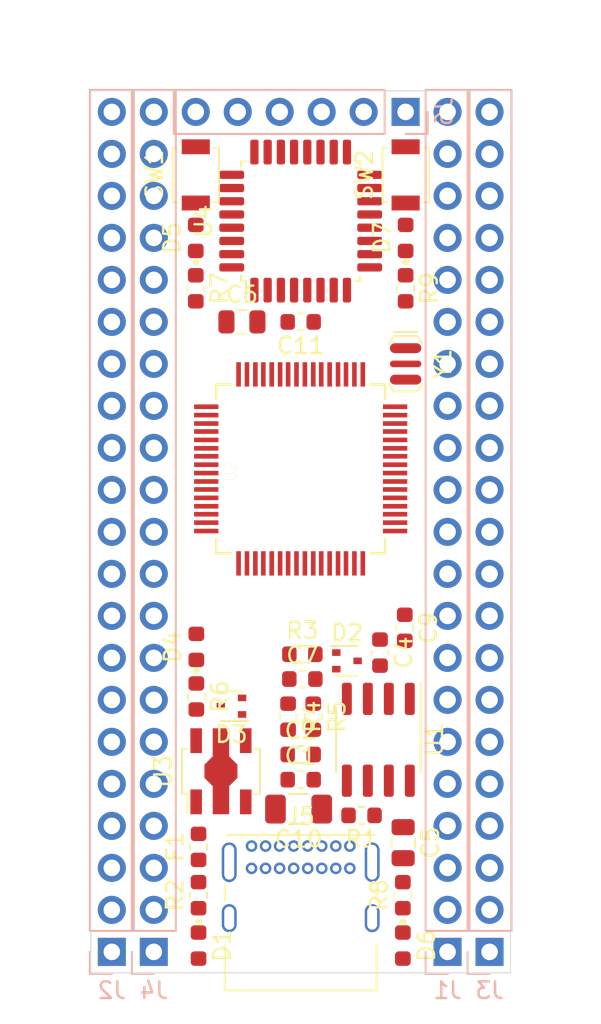
<source format=kicad_pcb>
(kicad_pcb (version 20171130) (host pcbnew "(5.1.6-0-10_14)")

  (general
    (thickness 1.6)
    (drawings 8)
    (tracks 0)
    (zones 0)
    (modules 39)
    (nets 97)
  )

  (page A4)
  (layers
    (0 F.Cu signal)
    (31 B.Cu signal)
    (32 B.Adhes user)
    (33 F.Adhes user)
    (34 B.Paste user)
    (35 F.Paste user)
    (36 B.SilkS user)
    (37 F.SilkS user)
    (38 B.Mask user)
    (39 F.Mask user)
    (40 Dwgs.User user)
    (41 Cmts.User user)
    (42 Eco1.User user hide)
    (43 Eco2.User user)
    (44 Edge.Cuts user)
    (45 Margin user)
    (46 B.CrtYd user)
    (47 F.CrtYd user)
    (48 B.Fab user)
    (49 F.Fab user)
  )

  (setup
    (last_trace_width 0.25)
    (trace_clearance 0.2)
    (zone_clearance 0.508)
    (zone_45_only no)
    (trace_min 0.2)
    (via_size 0.8)
    (via_drill 0.4)
    (via_min_size 0.4)
    (via_min_drill 0.3)
    (uvia_size 0.3)
    (uvia_drill 0.1)
    (uvias_allowed no)
    (uvia_min_size 0.2)
    (uvia_min_drill 0.1)
    (edge_width 0.05)
    (segment_width 0.2)
    (pcb_text_width 0.3)
    (pcb_text_size 1.5 1.5)
    (mod_edge_width 0.12)
    (mod_text_size 1 1)
    (mod_text_width 0.15)
    (pad_size 1.524 1.524)
    (pad_drill 0.762)
    (pad_to_mask_clearance 0.05)
    (aux_axis_origin 0 0)
    (grid_origin 217.17 101.6)
    (visible_elements FFFFFF7F)
    (pcbplotparams
      (layerselection 0x010fc_ffffffff)
      (usegerberextensions false)
      (usegerberattributes true)
      (usegerberadvancedattributes true)
      (creategerberjobfile true)
      (excludeedgelayer true)
      (linewidth 0.100000)
      (plotframeref false)
      (viasonmask false)
      (mode 1)
      (useauxorigin false)
      (hpglpennumber 1)
      (hpglpenspeed 20)
      (hpglpendiameter 15.000000)
      (psnegative false)
      (psa4output false)
      (plotreference true)
      (plotvalue true)
      (plotinvisibletext false)
      (padsonsilk false)
      (subtractmaskfromsilk false)
      (outputformat 1)
      (mirror false)
      (drillshape 1)
      (scaleselection 1)
      (outputdirectory ""))
  )

  (net 0 "")
  (net 1 +3V3)
  (net 2 GND)
  (net 3 +5V)
  (net 4 "Net-(C4-Pad1)")
  (net 5 "Net-(C5-Pad1)")
  (net 6 "Net-(C7-Pad2)")
  (net 7 "Net-(C9-Pad1)")
  (net 8 "Net-(D1-Pad1)")
  (net 9 "Net-(D2-Pad2)")
  (net 10 "Net-(D3-Pad1)")
  (net 11 "Net-(D4-Pad1)")
  (net 12 /INTERNAL_LED)
  (net 13 "Net-(D5-Pad1)")
  (net 14 "Net-(D6-Pad1)")
  (net 15 "Net-(D7-Pad1)")
  (net 16 "Net-(J1-Pad3)")
  (net 17 "Net-(J1-Pad4)")
  (net 18 /CAN+)
  (net 19 /CAN-)
  (net 20 "Net-(J1-Pad8)")
  (net 21 "Net-(J1-Pad9)")
  (net 22 "Net-(J1-Pad10)")
  (net 23 "Net-(J1-Pad11)")
  (net 24 "Net-(J1-Pad12)")
  (net 25 "Net-(J1-Pad13)")
  (net 26 "Net-(J1-Pad14)")
  (net 27 "Net-(J1-Pad17)")
  (net 28 "Net-(J1-Pad18)")
  (net 29 "Net-(J1-Pad19)")
  (net 30 "Net-(J1-Pad20)")
  (net 31 "Net-(J1-Pad21)")
  (net 32 "Net-(J2-Pad3)")
  (net 33 "Net-(J2-Pad4)")
  (net 34 "Net-(J2-Pad5)")
  (net 35 "Net-(J2-Pad6)")
  (net 36 "Net-(J2-Pad7)")
  (net 37 "Net-(J2-Pad8)")
  (net 38 "Net-(J2-Pad9)")
  (net 39 "Net-(J2-Pad10)")
  (net 40 "Net-(J2-Pad11)")
  (net 41 "Net-(J2-Pad12)")
  (net 42 "Net-(J2-Pad13)")
  (net 43 "Net-(J2-Pad14)")
  (net 44 "Net-(J2-Pad15)")
  (net 45 "Net-(J2-Pad16)")
  (net 46 "Net-(J2-Pad17)")
  (net 47 "Net-(J2-Pad18)")
  (net 48 "Net-(J2-Pad19)")
  (net 49 "Net-(J2-Pad20)")
  (net 50 "Net-(J2-Pad21)")
  (net 51 "Net-(J5-PadA5)")
  (net 52 /USB_D+)
  (net 53 /USB_D-)
  (net 54 "Net-(J5-PadA8)")
  (net 55 "Net-(J5-PadB8)")
  (net 56 "Net-(J5-PadB5)")
  (net 57 /RESET)
  (net 58 /PTA0)
  (net 59 /PTA1)
  (net 60 /PTA2)
  (net 61 /PTA3)
  (net 62 /Program)
  (net 63 /USB_P)
  (net 64 /USB_M)
  (net 65 /CAN_TX)
  (net 66 /CAN_RX)
  (net 67 "Net-(U2-Pad8)")
  (net 68 "Net-(U2-Pad19)")
  (net 69 "Net-(U2-Pad20)")
  (net 70 "Net-(U2-Pad32)")
  (net 71 "Net-(U2-Pad33)")
  (net 72 "Net-(U3-Pad3)")
  (net 73 "Net-(U4-Pad1)")
  (net 74 "Net-(U4-Pad2)")
  (net 75 "Net-(U4-Pad7)")
  (net 76 "Net-(U4-Pad9)")
  (net 77 "Net-(U4-Pad11)")
  (net 78 "Net-(U4-Pad12)")
  (net 79 "Net-(U4-Pad13)")
  (net 80 "Net-(U4-Pad14)")
  (net 81 "Net-(U4-Pad19)")
  (net 82 "Net-(U4-Pad20)")
  (net 83 "Net-(U4-Pad21)")
  (net 84 "Net-(U4-Pad22)")
  (net 85 "Net-(U4-Pad23)")
  (net 86 "Net-(U4-Pad24)")
  (net 87 "Net-(U4-Pad26)")
  (net 88 "Net-(U4-Pad27)")
  (net 89 "Net-(U4-Pad28)")
  (net 90 "Net-(U4-Pad29)")
  (net 91 "Net-(U4-Pad30)")
  (net 92 "Net-(U4-Pad31)")
  (net 93 "Net-(U4-Pad32)")
  (net 94 "Net-(J1-Pad2)")
  (net 95 "Net-(J1-Pad7)")
  (net 96 "Net-(J1-Pad16)")

  (net_class Default "This is the default net class."
    (clearance 0.2)
    (trace_width 0.25)
    (via_dia 0.8)
    (via_drill 0.4)
    (uvia_dia 0.3)
    (uvia_drill 0.1)
  )

  (net_class 0.2 ""
    (clearance 0.1778)
    (trace_width 0.2)
    (via_dia 0.8)
    (via_drill 0.4)
    (uvia_dia 0.3)
    (uvia_drill 0.1)
    (add_net /CAN+)
    (add_net /CAN-)
    (add_net /CAN_RX)
    (add_net /CAN_TX)
    (add_net /INTERNAL_LED)
    (add_net /PTA0)
    (add_net /PTA1)
    (add_net /PTA2)
    (add_net /PTA3)
    (add_net /Program)
    (add_net /RESET)
    (add_net /USB_D+)
    (add_net /USB_D-)
    (add_net /USB_M)
    (add_net /USB_P)
    (add_net "Net-(C4-Pad1)")
    (add_net "Net-(C7-Pad2)")
    (add_net "Net-(C9-Pad1)")
    (add_net "Net-(D1-Pad1)")
    (add_net "Net-(D2-Pad2)")
    (add_net "Net-(D3-Pad1)")
    (add_net "Net-(D4-Pad1)")
    (add_net "Net-(D5-Pad1)")
    (add_net "Net-(D6-Pad1)")
    (add_net "Net-(D7-Pad1)")
    (add_net "Net-(J1-Pad10)")
    (add_net "Net-(J1-Pad11)")
    (add_net "Net-(J1-Pad12)")
    (add_net "Net-(J1-Pad13)")
    (add_net "Net-(J1-Pad14)")
    (add_net "Net-(J1-Pad16)")
    (add_net "Net-(J1-Pad17)")
    (add_net "Net-(J1-Pad18)")
    (add_net "Net-(J1-Pad19)")
    (add_net "Net-(J1-Pad2)")
    (add_net "Net-(J1-Pad20)")
    (add_net "Net-(J1-Pad21)")
    (add_net "Net-(J1-Pad3)")
    (add_net "Net-(J1-Pad4)")
    (add_net "Net-(J1-Pad7)")
    (add_net "Net-(J1-Pad8)")
    (add_net "Net-(J1-Pad9)")
    (add_net "Net-(J2-Pad10)")
    (add_net "Net-(J2-Pad11)")
    (add_net "Net-(J2-Pad12)")
    (add_net "Net-(J2-Pad13)")
    (add_net "Net-(J2-Pad14)")
    (add_net "Net-(J2-Pad15)")
    (add_net "Net-(J2-Pad16)")
    (add_net "Net-(J2-Pad17)")
    (add_net "Net-(J2-Pad18)")
    (add_net "Net-(J2-Pad19)")
    (add_net "Net-(J2-Pad20)")
    (add_net "Net-(J2-Pad21)")
    (add_net "Net-(J2-Pad3)")
    (add_net "Net-(J2-Pad4)")
    (add_net "Net-(J2-Pad5)")
    (add_net "Net-(J2-Pad6)")
    (add_net "Net-(J2-Pad7)")
    (add_net "Net-(J2-Pad8)")
    (add_net "Net-(J2-Pad9)")
    (add_net "Net-(J5-PadA5)")
    (add_net "Net-(J5-PadA8)")
    (add_net "Net-(J5-PadB5)")
    (add_net "Net-(J5-PadB8)")
    (add_net "Net-(U2-Pad19)")
    (add_net "Net-(U2-Pad20)")
    (add_net "Net-(U2-Pad32)")
    (add_net "Net-(U2-Pad33)")
    (add_net "Net-(U2-Pad8)")
    (add_net "Net-(U3-Pad3)")
    (add_net "Net-(U4-Pad1)")
    (add_net "Net-(U4-Pad11)")
    (add_net "Net-(U4-Pad12)")
    (add_net "Net-(U4-Pad13)")
    (add_net "Net-(U4-Pad14)")
    (add_net "Net-(U4-Pad19)")
    (add_net "Net-(U4-Pad2)")
    (add_net "Net-(U4-Pad20)")
    (add_net "Net-(U4-Pad21)")
    (add_net "Net-(U4-Pad22)")
    (add_net "Net-(U4-Pad23)")
    (add_net "Net-(U4-Pad24)")
    (add_net "Net-(U4-Pad26)")
    (add_net "Net-(U4-Pad27)")
    (add_net "Net-(U4-Pad28)")
    (add_net "Net-(U4-Pad29)")
    (add_net "Net-(U4-Pad30)")
    (add_net "Net-(U4-Pad31)")
    (add_net "Net-(U4-Pad32)")
    (add_net "Net-(U4-Pad7)")
    (add_net "Net-(U4-Pad9)")
  )

  (net_class 0.25 ""
    (clearance 0.1778)
    (trace_width 0.25)
    (via_dia 0.8)
    (via_drill 0.4)
    (uvia_dia 0.3)
    (uvia_drill 0.1)
    (add_net +3V3)
    (add_net GND)
  )

  (net_class 0.5 ""
    (clearance 0.1778)
    (trace_width 0.5)
    (via_dia 0.8)
    (via_drill 0.4)
    (uvia_dia 0.3)
    (uvia_drill 0.1)
    (add_net +5V)
    (add_net "Net-(C5-Pad1)")
  )

  (module Capacitor_SMD:C_0603_1608Metric (layer F.Cu) (tedit 5B301BBE) (tstamp 5F513440)
    (at 217.17 116.586)
    (descr "Capacitor SMD 0603 (1608 Metric), square (rectangular) end terminal, IPC_7351 nominal, (Body size source: http://www.tortai-tech.com/upload/download/2011102023233369053.pdf), generated with kicad-footprint-generator")
    (tags capacitor)
    (path /5F5CB7EF)
    (attr smd)
    (fp_text reference C1 (at 0 -1.43) (layer F.SilkS)
      (effects (font (size 1 1) (thickness 0.15)))
    )
    (fp_text value 0.1u (at 0 1.43) (layer F.Fab)
      (effects (font (size 1 1) (thickness 0.15)))
    )
    (fp_line (start 1.48 0.73) (end -1.48 0.73) (layer F.CrtYd) (width 0.05))
    (fp_line (start 1.48 -0.73) (end 1.48 0.73) (layer F.CrtYd) (width 0.05))
    (fp_line (start -1.48 -0.73) (end 1.48 -0.73) (layer F.CrtYd) (width 0.05))
    (fp_line (start -1.48 0.73) (end -1.48 -0.73) (layer F.CrtYd) (width 0.05))
    (fp_line (start -0.162779 0.51) (end 0.162779 0.51) (layer F.SilkS) (width 0.12))
    (fp_line (start -0.162779 -0.51) (end 0.162779 -0.51) (layer F.SilkS) (width 0.12))
    (fp_line (start 0.8 0.4) (end -0.8 0.4) (layer F.Fab) (width 0.1))
    (fp_line (start 0.8 -0.4) (end 0.8 0.4) (layer F.Fab) (width 0.1))
    (fp_line (start -0.8 -0.4) (end 0.8 -0.4) (layer F.Fab) (width 0.1))
    (fp_line (start -0.8 0.4) (end -0.8 -0.4) (layer F.Fab) (width 0.1))
    (fp_text user %R (at 0 0) (layer F.Fab)
      (effects (font (size 0.4 0.4) (thickness 0.06)))
    )
    (pad 2 smd roundrect (at 0.7875 0) (size 0.875 0.95) (layers F.Cu F.Paste F.Mask) (roundrect_rratio 0.25)
      (net 1 +3V3))
    (pad 1 smd roundrect (at -0.7875 0) (size 0.875 0.95) (layers F.Cu F.Paste F.Mask) (roundrect_rratio 0.25)
      (net 2 GND))
    (model ${KISYS3DMOD}/Capacitor_SMD.3dshapes/C_0603_1608Metric.wrl
      (at (xyz 0 0 0))
      (scale (xyz 1 1 1))
      (rotate (xyz 0 0 0))
    )
  )

  (module Capacitor_SMD:C_0603_1608Metric (layer F.Cu) (tedit 5B301BBE) (tstamp 5F513451)
    (at 217.17 115.062)
    (descr "Capacitor SMD 0603 (1608 Metric), square (rectangular) end terminal, IPC_7351 nominal, (Body size source: http://www.tortai-tech.com/upload/download/2011102023233369053.pdf), generated with kicad-footprint-generator")
    (tags capacitor)
    (path /5F5D0170)
    (attr smd)
    (fp_text reference C2 (at 0 -1.43) (layer F.SilkS)
      (effects (font (size 1 1) (thickness 0.15)))
    )
    (fp_text value 0.1u (at 0 1.43) (layer F.Fab)
      (effects (font (size 1 1) (thickness 0.15)))
    )
    (fp_line (start 1.48 0.73) (end -1.48 0.73) (layer F.CrtYd) (width 0.05))
    (fp_line (start 1.48 -0.73) (end 1.48 0.73) (layer F.CrtYd) (width 0.05))
    (fp_line (start -1.48 -0.73) (end 1.48 -0.73) (layer F.CrtYd) (width 0.05))
    (fp_line (start -1.48 0.73) (end -1.48 -0.73) (layer F.CrtYd) (width 0.05))
    (fp_line (start -0.162779 0.51) (end 0.162779 0.51) (layer F.SilkS) (width 0.12))
    (fp_line (start -0.162779 -0.51) (end 0.162779 -0.51) (layer F.SilkS) (width 0.12))
    (fp_line (start 0.8 0.4) (end -0.8 0.4) (layer F.Fab) (width 0.1))
    (fp_line (start 0.8 -0.4) (end 0.8 0.4) (layer F.Fab) (width 0.1))
    (fp_line (start -0.8 -0.4) (end 0.8 -0.4) (layer F.Fab) (width 0.1))
    (fp_line (start -0.8 0.4) (end -0.8 -0.4) (layer F.Fab) (width 0.1))
    (fp_text user %R (at 0 0) (layer F.Fab)
      (effects (font (size 0.4 0.4) (thickness 0.06)))
    )
    (pad 2 smd roundrect (at 0.7875 0) (size 0.875 0.95) (layers F.Cu F.Paste F.Mask) (roundrect_rratio 0.25)
      (net 3 +5V))
    (pad 1 smd roundrect (at -0.7875 0) (size 0.875 0.95) (layers F.Cu F.Paste F.Mask) (roundrect_rratio 0.25)
      (net 2 GND))
    (model ${KISYS3DMOD}/Capacitor_SMD.3dshapes/C_0603_1608Metric.wrl
      (at (xyz 0 0 0))
      (scale (xyz 1 1 1))
      (rotate (xyz 0 0 0))
    )
  )

  (module Capacitor_SMD:C_0603_1608Metric (layer F.Cu) (tedit 5B301BBE) (tstamp 5F513473)
    (at 221.97 108.9 270)
    (descr "Capacitor SMD 0603 (1608 Metric), square (rectangular) end terminal, IPC_7351 nominal, (Body size source: http://www.tortai-tech.com/upload/download/2011102023233369053.pdf), generated with kicad-footprint-generator")
    (tags capacitor)
    (path /5F9CBC51)
    (attr smd)
    (fp_text reference C4 (at 0 -1.43 90) (layer F.SilkS)
      (effects (font (size 1 1) (thickness 0.15)))
    )
    (fp_text value 0.1u (at 0 1.43 90) (layer F.Fab)
      (effects (font (size 1 1) (thickness 0.15)))
    )
    (fp_line (start -0.8 0.4) (end -0.8 -0.4) (layer F.Fab) (width 0.1))
    (fp_line (start -0.8 -0.4) (end 0.8 -0.4) (layer F.Fab) (width 0.1))
    (fp_line (start 0.8 -0.4) (end 0.8 0.4) (layer F.Fab) (width 0.1))
    (fp_line (start 0.8 0.4) (end -0.8 0.4) (layer F.Fab) (width 0.1))
    (fp_line (start -0.162779 -0.51) (end 0.162779 -0.51) (layer F.SilkS) (width 0.12))
    (fp_line (start -0.162779 0.51) (end 0.162779 0.51) (layer F.SilkS) (width 0.12))
    (fp_line (start -1.48 0.73) (end -1.48 -0.73) (layer F.CrtYd) (width 0.05))
    (fp_line (start -1.48 -0.73) (end 1.48 -0.73) (layer F.CrtYd) (width 0.05))
    (fp_line (start 1.48 -0.73) (end 1.48 0.73) (layer F.CrtYd) (width 0.05))
    (fp_line (start 1.48 0.73) (end -1.48 0.73) (layer F.CrtYd) (width 0.05))
    (fp_text user %R (at 0 0 90) (layer F.Fab)
      (effects (font (size 0.4 0.4) (thickness 0.06)))
    )
    (pad 1 smd roundrect (at -0.7875 0 270) (size 0.875 0.95) (layers F.Cu F.Paste F.Mask) (roundrect_rratio 0.25)
      (net 4 "Net-(C4-Pad1)"))
    (pad 2 smd roundrect (at 0.7875 0 270) (size 0.875 0.95) (layers F.Cu F.Paste F.Mask) (roundrect_rratio 0.25)
      (net 2 GND))
    (model ${KISYS3DMOD}/Capacitor_SMD.3dshapes/C_0603_1608Metric.wrl
      (at (xyz 0 0 0))
      (scale (xyz 1 1 1))
      (rotate (xyz 0 0 0))
    )
  )

  (module Capacitor_SMD:C_0805_2012Metric (layer F.Cu) (tedit 5B36C52B) (tstamp 5F513484)
    (at 223.37 120.396 270)
    (descr "Capacitor SMD 0805 (2012 Metric), square (rectangular) end terminal, IPC_7351 nominal, (Body size source: https://docs.google.com/spreadsheets/d/1BsfQQcO9C6DZCsRaXUlFlo91Tg2WpOkGARC1WS5S8t0/edit?usp=sharing), generated with kicad-footprint-generator")
    (tags capacitor)
    (path /5F60F6F0)
    (attr smd)
    (fp_text reference C5 (at 0 -1.65 90) (layer F.SilkS)
      (effects (font (size 1 1) (thickness 0.15)))
    )
    (fp_text value 2.2u (at 0 1.65 90) (layer F.Fab)
      (effects (font (size 1 1) (thickness 0.15)))
    )
    (fp_line (start -1 0.6) (end -1 -0.6) (layer F.Fab) (width 0.1))
    (fp_line (start -1 -0.6) (end 1 -0.6) (layer F.Fab) (width 0.1))
    (fp_line (start 1 -0.6) (end 1 0.6) (layer F.Fab) (width 0.1))
    (fp_line (start 1 0.6) (end -1 0.6) (layer F.Fab) (width 0.1))
    (fp_line (start -0.258578 -0.71) (end 0.258578 -0.71) (layer F.SilkS) (width 0.12))
    (fp_line (start -0.258578 0.71) (end 0.258578 0.71) (layer F.SilkS) (width 0.12))
    (fp_line (start -1.68 0.95) (end -1.68 -0.95) (layer F.CrtYd) (width 0.05))
    (fp_line (start -1.68 -0.95) (end 1.68 -0.95) (layer F.CrtYd) (width 0.05))
    (fp_line (start 1.68 -0.95) (end 1.68 0.95) (layer F.CrtYd) (width 0.05))
    (fp_line (start 1.68 0.95) (end -1.68 0.95) (layer F.CrtYd) (width 0.05))
    (fp_text user %R (at 0 0 90) (layer F.Fab)
      (effects (font (size 0.5 0.5) (thickness 0.08)))
    )
    (pad 1 smd roundrect (at -0.9375 0 270) (size 0.975 1.4) (layers F.Cu F.Paste F.Mask) (roundrect_rratio 0.25)
      (net 5 "Net-(C5-Pad1)"))
    (pad 2 smd roundrect (at 0.9375 0 270) (size 0.975 1.4) (layers F.Cu F.Paste F.Mask) (roundrect_rratio 0.25)
      (net 2 GND))
    (model ${KISYS3DMOD}/Capacitor_SMD.3dshapes/C_0805_2012Metric.wrl
      (at (xyz 0 0 0))
      (scale (xyz 1 1 1))
      (rotate (xyz 0 0 0))
    )
  )

  (module Capacitor_SMD:C_0805_2012Metric (layer F.Cu) (tedit 5B36C52B) (tstamp 5F52D6E2)
    (at 213.614 88.9)
    (descr "Capacitor SMD 0805 (2012 Metric), square (rectangular) end terminal, IPC_7351 nominal, (Body size source: https://docs.google.com/spreadsheets/d/1BsfQQcO9C6DZCsRaXUlFlo91Tg2WpOkGARC1WS5S8t0/edit?usp=sharing), generated with kicad-footprint-generator")
    (tags capacitor)
    (path /5FB6C729)
    (attr smd)
    (fp_text reference C6 (at 0 -1.65) (layer F.SilkS)
      (effects (font (size 1 1) (thickness 0.15)))
    )
    (fp_text value 2.2u (at 0 1.65) (layer F.Fab)
      (effects (font (size 1 1) (thickness 0.15)))
    )
    (fp_line (start 1.68 0.95) (end -1.68 0.95) (layer F.CrtYd) (width 0.05))
    (fp_line (start 1.68 -0.95) (end 1.68 0.95) (layer F.CrtYd) (width 0.05))
    (fp_line (start -1.68 -0.95) (end 1.68 -0.95) (layer F.CrtYd) (width 0.05))
    (fp_line (start -1.68 0.95) (end -1.68 -0.95) (layer F.CrtYd) (width 0.05))
    (fp_line (start -0.258578 0.71) (end 0.258578 0.71) (layer F.SilkS) (width 0.12))
    (fp_line (start -0.258578 -0.71) (end 0.258578 -0.71) (layer F.SilkS) (width 0.12))
    (fp_line (start 1 0.6) (end -1 0.6) (layer F.Fab) (width 0.1))
    (fp_line (start 1 -0.6) (end 1 0.6) (layer F.Fab) (width 0.1))
    (fp_line (start -1 -0.6) (end 1 -0.6) (layer F.Fab) (width 0.1))
    (fp_line (start -1 0.6) (end -1 -0.6) (layer F.Fab) (width 0.1))
    (fp_text user %R (at 0 0) (layer F.Fab)
      (effects (font (size 0.5 0.5) (thickness 0.08)))
    )
    (pad 2 smd roundrect (at 0.9375 0) (size 0.975 1.4) (layers F.Cu F.Paste F.Mask) (roundrect_rratio 0.25)
      (net 2 GND))
    (pad 1 smd roundrect (at -0.9375 0) (size 0.975 1.4) (layers F.Cu F.Paste F.Mask) (roundrect_rratio 0.25)
      (net 1 +3V3))
    (model ${KISYS3DMOD}/Capacitor_SMD.3dshapes/C_0805_2012Metric.wrl
      (at (xyz 0 0 0))
      (scale (xyz 1 1 1))
      (rotate (xyz 0 0 0))
    )
  )

  (module Capacitor_SMD:C_0603_1608Metric (layer F.Cu) (tedit 5B301BBE) (tstamp 5F539490)
    (at 217.27 110.5)
    (descr "Capacitor SMD 0603 (1608 Metric), square (rectangular) end terminal, IPC_7351 nominal, (Body size source: http://www.tortai-tech.com/upload/download/2011102023233369053.pdf), generated with kicad-footprint-generator")
    (tags capacitor)
    (path /5F9FC393)
    (attr smd)
    (fp_text reference C7 (at 0 -1.43) (layer F.SilkS)
      (effects (font (size 1 1) (thickness 0.15)))
    )
    (fp_text value 0.1u (at 0 1.43) (layer F.Fab)
      (effects (font (size 1 1) (thickness 0.15)))
    )
    (fp_line (start -0.8 0.4) (end -0.8 -0.4) (layer F.Fab) (width 0.1))
    (fp_line (start -0.8 -0.4) (end 0.8 -0.4) (layer F.Fab) (width 0.1))
    (fp_line (start 0.8 -0.4) (end 0.8 0.4) (layer F.Fab) (width 0.1))
    (fp_line (start 0.8 0.4) (end -0.8 0.4) (layer F.Fab) (width 0.1))
    (fp_line (start -0.162779 -0.51) (end 0.162779 -0.51) (layer F.SilkS) (width 0.12))
    (fp_line (start -0.162779 0.51) (end 0.162779 0.51) (layer F.SilkS) (width 0.12))
    (fp_line (start -1.48 0.73) (end -1.48 -0.73) (layer F.CrtYd) (width 0.05))
    (fp_line (start -1.48 -0.73) (end 1.48 -0.73) (layer F.CrtYd) (width 0.05))
    (fp_line (start 1.48 -0.73) (end 1.48 0.73) (layer F.CrtYd) (width 0.05))
    (fp_line (start 1.48 0.73) (end -1.48 0.73) (layer F.CrtYd) (width 0.05))
    (fp_text user %R (at 0 0) (layer F.Fab)
      (effects (font (size 0.4 0.4) (thickness 0.06)))
    )
    (pad 1 smd roundrect (at -0.7875 0) (size 0.875 0.95) (layers F.Cu F.Paste F.Mask) (roundrect_rratio 0.25)
      (net 2 GND))
    (pad 2 smd roundrect (at 0.7875 0) (size 0.875 0.95) (layers F.Cu F.Paste F.Mask) (roundrect_rratio 0.25)
      (net 6 "Net-(C7-Pad2)"))
    (model ${KISYS3DMOD}/Capacitor_SMD.3dshapes/C_0603_1608Metric.wrl
      (at (xyz 0 0 0))
      (scale (xyz 1 1 1))
      (rotate (xyz 0 0 0))
    )
  )

  (module Capacitor_SMD:C_0603_1608Metric (layer F.Cu) (tedit 5B301BBE) (tstamp 5F52B4C5)
    (at 223.47 107.4 270)
    (descr "Capacitor SMD 0603 (1608 Metric), square (rectangular) end terminal, IPC_7351 nominal, (Body size source: http://www.tortai-tech.com/upload/download/2011102023233369053.pdf), generated with kicad-footprint-generator")
    (tags capacitor)
    (path /5F9FE13E)
    (attr smd)
    (fp_text reference C9 (at 0 -1.43 90) (layer F.SilkS)
      (effects (font (size 1 1) (thickness 0.15)))
    )
    (fp_text value 0.1u (at 0 1.43 90) (layer F.Fab)
      (effects (font (size 1 1) (thickness 0.15)))
    )
    (fp_line (start 1.48 0.73) (end -1.48 0.73) (layer F.CrtYd) (width 0.05))
    (fp_line (start 1.48 -0.73) (end 1.48 0.73) (layer F.CrtYd) (width 0.05))
    (fp_line (start -1.48 -0.73) (end 1.48 -0.73) (layer F.CrtYd) (width 0.05))
    (fp_line (start -1.48 0.73) (end -1.48 -0.73) (layer F.CrtYd) (width 0.05))
    (fp_line (start -0.162779 0.51) (end 0.162779 0.51) (layer F.SilkS) (width 0.12))
    (fp_line (start -0.162779 -0.51) (end 0.162779 -0.51) (layer F.SilkS) (width 0.12))
    (fp_line (start 0.8 0.4) (end -0.8 0.4) (layer F.Fab) (width 0.1))
    (fp_line (start 0.8 -0.4) (end 0.8 0.4) (layer F.Fab) (width 0.1))
    (fp_line (start -0.8 -0.4) (end 0.8 -0.4) (layer F.Fab) (width 0.1))
    (fp_line (start -0.8 0.4) (end -0.8 -0.4) (layer F.Fab) (width 0.1))
    (fp_text user %R (at 0 0 90) (layer F.Fab)
      (effects (font (size 0.4 0.4) (thickness 0.06)))
    )
    (pad 2 smd roundrect (at 0.7875 0 270) (size 0.875 0.95) (layers F.Cu F.Paste F.Mask) (roundrect_rratio 0.25)
      (net 2 GND))
    (pad 1 smd roundrect (at -0.7875 0 270) (size 0.875 0.95) (layers F.Cu F.Paste F.Mask) (roundrect_rratio 0.25)
      (net 7 "Net-(C9-Pad1)"))
    (model ${KISYS3DMOD}/Capacitor_SMD.3dshapes/C_0603_1608Metric.wrl
      (at (xyz 0 0 0))
      (scale (xyz 1 1 1))
      (rotate (xyz 0 0 0))
    )
  )

  (module Capacitor_SMD:C_1206_3216Metric (layer F.Cu) (tedit 5B301BBE) (tstamp 5F52E14D)
    (at 217.043 118.364 180)
    (descr "Capacitor SMD 1206 (3216 Metric), square (rectangular) end terminal, IPC_7351 nominal, (Body size source: http://www.tortai-tech.com/upload/download/2011102023233369053.pdf), generated with kicad-footprint-generator")
    (tags capacitor)
    (path /5F66A4DB)
    (attr smd)
    (fp_text reference C10 (at 0 -1.82) (layer F.SilkS)
      (effects (font (size 1 1) (thickness 0.15)))
    )
    (fp_text value 100u,6.3v (at 0 1.82) (layer F.Fab)
      (effects (font (size 1 1) (thickness 0.15)))
    )
    (fp_line (start -1.6 0.8) (end -1.6 -0.8) (layer F.Fab) (width 0.1))
    (fp_line (start -1.6 -0.8) (end 1.6 -0.8) (layer F.Fab) (width 0.1))
    (fp_line (start 1.6 -0.8) (end 1.6 0.8) (layer F.Fab) (width 0.1))
    (fp_line (start 1.6 0.8) (end -1.6 0.8) (layer F.Fab) (width 0.1))
    (fp_line (start -0.602064 -0.91) (end 0.602064 -0.91) (layer F.SilkS) (width 0.12))
    (fp_line (start -0.602064 0.91) (end 0.602064 0.91) (layer F.SilkS) (width 0.12))
    (fp_line (start -2.28 1.12) (end -2.28 -1.12) (layer F.CrtYd) (width 0.05))
    (fp_line (start -2.28 -1.12) (end 2.28 -1.12) (layer F.CrtYd) (width 0.05))
    (fp_line (start 2.28 -1.12) (end 2.28 1.12) (layer F.CrtYd) (width 0.05))
    (fp_line (start 2.28 1.12) (end -2.28 1.12) (layer F.CrtYd) (width 0.05))
    (fp_text user %R (at 0 0) (layer F.Fab)
      (effects (font (size 0.8 0.8) (thickness 0.12)))
    )
    (pad 1 smd roundrect (at -1.4 0 180) (size 1.25 1.75) (layers F.Cu F.Paste F.Mask) (roundrect_rratio 0.2)
      (net 1 +3V3))
    (pad 2 smd roundrect (at 1.4 0 180) (size 1.25 1.75) (layers F.Cu F.Paste F.Mask) (roundrect_rratio 0.2)
      (net 2 GND))
    (model ${KISYS3DMOD}/Capacitor_SMD.3dshapes/C_1206_3216Metric.wrl
      (at (xyz 0 0 0))
      (scale (xyz 1 1 1))
      (rotate (xyz 0 0 0))
    )
  )

  (module Capacitor_SMD:C_0603_1608Metric (layer F.Cu) (tedit 5B301BBE) (tstamp 5F5134EA)
    (at 217.17 88.9 180)
    (descr "Capacitor SMD 0603 (1608 Metric), square (rectangular) end terminal, IPC_7351 nominal, (Body size source: http://www.tortai-tech.com/upload/download/2011102023233369053.pdf), generated with kicad-footprint-generator")
    (tags capacitor)
    (path /5F7A8C40)
    (attr smd)
    (fp_text reference C11 (at 0 -1.43) (layer F.SilkS)
      (effects (font (size 1 1) (thickness 0.15)))
    )
    (fp_text value 0.1u (at 0 1.43) (layer F.Fab)
      (effects (font (size 1 1) (thickness 0.15)))
    )
    (fp_line (start -0.8 0.4) (end -0.8 -0.4) (layer F.Fab) (width 0.1))
    (fp_line (start -0.8 -0.4) (end 0.8 -0.4) (layer F.Fab) (width 0.1))
    (fp_line (start 0.8 -0.4) (end 0.8 0.4) (layer F.Fab) (width 0.1))
    (fp_line (start 0.8 0.4) (end -0.8 0.4) (layer F.Fab) (width 0.1))
    (fp_line (start -0.162779 -0.51) (end 0.162779 -0.51) (layer F.SilkS) (width 0.12))
    (fp_line (start -0.162779 0.51) (end 0.162779 0.51) (layer F.SilkS) (width 0.12))
    (fp_line (start -1.48 0.73) (end -1.48 -0.73) (layer F.CrtYd) (width 0.05))
    (fp_line (start -1.48 -0.73) (end 1.48 -0.73) (layer F.CrtYd) (width 0.05))
    (fp_line (start 1.48 -0.73) (end 1.48 0.73) (layer F.CrtYd) (width 0.05))
    (fp_line (start 1.48 0.73) (end -1.48 0.73) (layer F.CrtYd) (width 0.05))
    (fp_text user %R (at 0 0) (layer F.Fab)
      (effects (font (size 0.4 0.4) (thickness 0.06)))
    )
    (pad 1 smd roundrect (at -0.7875 0 180) (size 0.875 0.95) (layers F.Cu F.Paste F.Mask) (roundrect_rratio 0.25)
      (net 2 GND))
    (pad 2 smd roundrect (at 0.7875 0 180) (size 0.875 0.95) (layers F.Cu F.Paste F.Mask) (roundrect_rratio 0.25)
      (net 1 +3V3))
    (model ${KISYS3DMOD}/Capacitor_SMD.3dshapes/C_0603_1608Metric.wrl
      (at (xyz 0 0 0))
      (scale (xyz 1 1 1))
      (rotate (xyz 0 0 0))
    )
  )

  (module mylib:LED_1608_point (layer F.Cu) (tedit 5DE8D0F9) (tstamp 5F5134FC)
    (at 210.9875 126.619 270)
    (descr "LED SMD 0603 (1608 Metric), square (rectangular) end terminal, IPC_7351 nominal, (Body size source: http://www.tortai-tech.com/upload/download/2011102023233369053.pdf), generated with kicad-footprint-generator")
    (tags diode)
    (path /5F95D2CD)
    (attr smd)
    (fp_text reference D1 (at 0 -1.43 90) (layer F.SilkS)
      (effects (font (size 1 1) (thickness 0.15)))
    )
    (fp_text value LED (at 0 1.43 90) (layer F.Fab)
      (effects (font (size 1 1) (thickness 0.15)))
    )
    (fp_line (start 0.8 -0.4) (end -0.5 -0.4) (layer F.Fab) (width 0.1))
    (fp_line (start -0.5 -0.4) (end -0.8 -0.1) (layer F.Fab) (width 0.1))
    (fp_line (start -0.8 -0.1) (end -0.8 0.4) (layer F.Fab) (width 0.1))
    (fp_line (start -0.8 0.4) (end 0.8 0.4) (layer F.Fab) (width 0.1))
    (fp_line (start 0.8 0.4) (end 0.8 -0.4) (layer F.Fab) (width 0.1))
    (fp_line (start -1.48 0.73) (end -1.48 -0.73) (layer F.CrtYd) (width 0.05))
    (fp_line (start -1.48 -0.73) (end 1.48 -0.73) (layer F.CrtYd) (width 0.05))
    (fp_line (start 1.48 -0.73) (end 1.48 0.73) (layer F.CrtYd) (width 0.05))
    (fp_line (start 1.48 0.73) (end -1.48 0.73) (layer F.CrtYd) (width 0.05))
    (fp_circle (center -1.441421 0) (end -1.341421 0.1) (layer F.SilkS) (width 0.12))
    (fp_circle (center -1.441421 0) (end -1.4 0) (layer F.SilkS) (width 0.12))
    (fp_text user %R (at 0 0 90) (layer F.Fab)
      (effects (font (size 0.4 0.4) (thickness 0.06)))
    )
    (pad 1 smd roundrect (at -0.7875 0 270) (size 0.875 0.95) (layers F.Cu F.Paste F.Mask) (roundrect_rratio 0.25)
      (net 8 "Net-(D1-Pad1)"))
    (pad 2 smd roundrect (at 0.7875 0 270) (size 0.875 0.95) (layers F.Cu F.Paste F.Mask) (roundrect_rratio 0.25)
      (net 5 "Net-(C5-Pad1)"))
    (model ${KISYS3DMOD}/LED_SMD.3dshapes/LED_0603_1608Metric.wrl
      (at (xyz 0 0 0))
      (scale (xyz 1 1 1))
      (rotate (xyz 0 0 0))
    )
  )

  (module Package_TO_SOT_SMD:SOT-523 (layer F.Cu) (tedit 5E27725A) (tstamp 5F52DB51)
    (at 219.97 109.4)
    (descr "SOT523, https://www.diodes.com/assets/Package-Files/SOT523.pdf")
    (tags SOT-523)
    (path /5F9C1371)
    (attr smd)
    (fp_text reference D2 (at 0 -1.7) (layer F.SilkS)
      (effects (font (size 1 1) (thickness 0.15)))
    )
    (fp_text value bat54c (at 0 1.75) (layer F.Fab)
      (effects (font (size 1 1) (thickness 0.15)))
    )
    (fp_line (start 1.15 1.05) (end -1.15 1.05) (layer F.CrtYd) (width 0.05))
    (fp_line (start 1.15 1.05) (end 1.15 -1.05) (layer F.CrtYd) (width 0.05))
    (fp_line (start -1.15 -1.05) (end -1.15 1.05) (layer F.CrtYd) (width 0.05))
    (fp_line (start -1.15 -1.05) (end 1.15 -1.05) (layer F.CrtYd) (width 0.05))
    (fp_line (start -0.4 0.8) (end 0.4 0.8) (layer F.Fab) (width 0.1))
    (fp_line (start -0.4 -0.45) (end -0.4 0.8) (layer F.Fab) (width 0.1))
    (fp_line (start 0.4 -0.8) (end -0.05 -0.8) (layer F.Fab) (width 0.1))
    (fp_line (start 0.4 0.8) (end 0.4 -0.8) (layer F.Fab) (width 0.1))
    (fp_line (start 0.65 0.9) (end -0.65 0.9) (layer F.SilkS) (width 0.12))
    (fp_line (start -1 -0.9) (end 0.65 -0.9) (layer F.SilkS) (width 0.12))
    (fp_line (start -0.4 -0.45) (end -0.05 -0.8) (layer F.Fab) (width 0.1))
    (fp_text user %R (at 0 0 270) (layer F.Fab)
      (effects (font (size 0.4 0.4) (thickness 0.0625)))
    )
    (pad 1 smd rect (at -0.645 -0.5 180) (size 0.51 0.4) (layers F.Cu F.Paste F.Mask)
      (net 1 +3V3))
    (pad 3 smd rect (at 0.645 0 180) (size 0.51 0.4) (layers F.Cu F.Paste F.Mask)
      (net 4 "Net-(C4-Pad1)"))
    (pad 2 smd rect (at -0.645 0.5 180) (size 0.51 0.4) (layers F.Cu F.Paste F.Mask)
      (net 9 "Net-(D2-Pad2)"))
    (model ${KISYS3DMOD}/Package_TO_SOT_SMD.3dshapes/SOT-523.wrl
      (at (xyz 0 0 0))
      (scale (xyz 1 1 1))
      (rotate (xyz 0 0 0))
    )
  )

  (module Package_TO_SOT_SMD:SOT-523 (layer F.Cu) (tedit 5E27725A) (tstamp 5F52BBDE)
    (at 212.979 112.141 180)
    (descr "SOT523, https://www.diodes.com/assets/Package-Files/SOT523.pdf")
    (tags SOT-523)
    (path /5F67F006)
    (attr smd)
    (fp_text reference D3 (at 0 -1.7) (layer F.SilkS)
      (effects (font (size 1 1) (thickness 0.15)))
    )
    (fp_text value bat54c (at 0 1.75) (layer F.Fab)
      (effects (font (size 1 1) (thickness 0.15)))
    )
    (fp_line (start -0.4 -0.45) (end -0.05 -0.8) (layer F.Fab) (width 0.1))
    (fp_line (start -1 -0.9) (end 0.65 -0.9) (layer F.SilkS) (width 0.12))
    (fp_line (start 0.65 0.9) (end -0.65 0.9) (layer F.SilkS) (width 0.12))
    (fp_line (start 0.4 0.8) (end 0.4 -0.8) (layer F.Fab) (width 0.1))
    (fp_line (start 0.4 -0.8) (end -0.05 -0.8) (layer F.Fab) (width 0.1))
    (fp_line (start -0.4 -0.45) (end -0.4 0.8) (layer F.Fab) (width 0.1))
    (fp_line (start -0.4 0.8) (end 0.4 0.8) (layer F.Fab) (width 0.1))
    (fp_line (start -1.15 -1.05) (end 1.15 -1.05) (layer F.CrtYd) (width 0.05))
    (fp_line (start -1.15 -1.05) (end -1.15 1.05) (layer F.CrtYd) (width 0.05))
    (fp_line (start 1.15 1.05) (end 1.15 -1.05) (layer F.CrtYd) (width 0.05))
    (fp_line (start 1.15 1.05) (end -1.15 1.05) (layer F.CrtYd) (width 0.05))
    (fp_text user %R (at 0 0 270) (layer F.Fab)
      (effects (font (size 0.4 0.4) (thickness 0.0625)))
    )
    (pad 2 smd rect (at -0.645 0.5) (size 0.51 0.4) (layers F.Cu F.Paste F.Mask)
      (net 1 +3V3))
    (pad 3 smd rect (at 0.645 0) (size 0.51 0.4) (layers F.Cu F.Paste F.Mask)
      (net 3 +5V))
    (pad 1 smd rect (at -0.645 -0.5) (size 0.51 0.4) (layers F.Cu F.Paste F.Mask)
      (net 10 "Net-(D3-Pad1)"))
    (model ${KISYS3DMOD}/Package_TO_SOT_SMD.3dshapes/SOT-523.wrl
      (at (xyz 0 0 0))
      (scale (xyz 1 1 1))
      (rotate (xyz 0 0 0))
    )
  )

  (module mylib:LED_1608_point (layer F.Cu) (tedit 5DE8D0F9) (tstamp 5F526C72)
    (at 210.8535 108.554 90)
    (descr "LED SMD 0603 (1608 Metric), square (rectangular) end terminal, IPC_7351 nominal, (Body size source: http://www.tortai-tech.com/upload/download/2011102023233369053.pdf), generated with kicad-footprint-generator")
    (tags diode)
    (path /5F9398FA)
    (attr smd)
    (fp_text reference D4 (at 0 -1.43 90) (layer F.SilkS)
      (effects (font (size 1 1) (thickness 0.15)))
    )
    (fp_text value LED (at 0 1.43 90) (layer F.Fab)
      (effects (font (size 1 1) (thickness 0.15)))
    )
    (fp_line (start 0.8 -0.4) (end -0.5 -0.4) (layer F.Fab) (width 0.1))
    (fp_line (start -0.5 -0.4) (end -0.8 -0.1) (layer F.Fab) (width 0.1))
    (fp_line (start -0.8 -0.1) (end -0.8 0.4) (layer F.Fab) (width 0.1))
    (fp_line (start -0.8 0.4) (end 0.8 0.4) (layer F.Fab) (width 0.1))
    (fp_line (start 0.8 0.4) (end 0.8 -0.4) (layer F.Fab) (width 0.1))
    (fp_line (start -1.48 0.73) (end -1.48 -0.73) (layer F.CrtYd) (width 0.05))
    (fp_line (start -1.48 -0.73) (end 1.48 -0.73) (layer F.CrtYd) (width 0.05))
    (fp_line (start 1.48 -0.73) (end 1.48 0.73) (layer F.CrtYd) (width 0.05))
    (fp_line (start 1.48 0.73) (end -1.48 0.73) (layer F.CrtYd) (width 0.05))
    (fp_circle (center -1.441421 0) (end -1.341421 0.1) (layer F.SilkS) (width 0.12))
    (fp_circle (center -1.441421 0) (end -1.4 0) (layer F.SilkS) (width 0.12))
    (fp_text user %R (at 0 0 90) (layer F.Fab)
      (effects (font (size 0.4 0.4) (thickness 0.06)))
    )
    (pad 1 smd roundrect (at -0.7875 0 90) (size 0.875 0.95) (layers F.Cu F.Paste F.Mask) (roundrect_rratio 0.25)
      (net 11 "Net-(D4-Pad1)"))
    (pad 2 smd roundrect (at 0.7875 0 90) (size 0.875 0.95) (layers F.Cu F.Paste F.Mask) (roundrect_rratio 0.25)
      (net 12 /INTERNAL_LED))
    (model ${KISYS3DMOD}/LED_SMD.3dshapes/LED_0603_1608Metric.wrl
      (at (xyz 0 0 0))
      (scale (xyz 1 1 1))
      (rotate (xyz 0 0 0))
    )
  )

  (module mylib:LED_1608_point (layer F.Cu) (tedit 5DE8D0F9) (tstamp 5F513546)
    (at 210.82 83.82 90)
    (descr "LED SMD 0603 (1608 Metric), square (rectangular) end terminal, IPC_7351 nominal, (Body size source: http://www.tortai-tech.com/upload/download/2011102023233369053.pdf), generated with kicad-footprint-generator")
    (tags diode)
    (path /5F869D7A)
    (attr smd)
    (fp_text reference D5 (at 0 -1.43 90) (layer F.SilkS)
      (effects (font (size 1 1) (thickness 0.15)))
    )
    (fp_text value LED (at 0 1.43 90) (layer F.Fab)
      (effects (font (size 1 1) (thickness 0.15)))
    )
    (fp_circle (center -1.441421 0) (end -1.4 0) (layer F.SilkS) (width 0.12))
    (fp_circle (center -1.441421 0) (end -1.341421 0.1) (layer F.SilkS) (width 0.12))
    (fp_line (start 1.48 0.73) (end -1.48 0.73) (layer F.CrtYd) (width 0.05))
    (fp_line (start 1.48 -0.73) (end 1.48 0.73) (layer F.CrtYd) (width 0.05))
    (fp_line (start -1.48 -0.73) (end 1.48 -0.73) (layer F.CrtYd) (width 0.05))
    (fp_line (start -1.48 0.73) (end -1.48 -0.73) (layer F.CrtYd) (width 0.05))
    (fp_line (start 0.8 0.4) (end 0.8 -0.4) (layer F.Fab) (width 0.1))
    (fp_line (start -0.8 0.4) (end 0.8 0.4) (layer F.Fab) (width 0.1))
    (fp_line (start -0.8 -0.1) (end -0.8 0.4) (layer F.Fab) (width 0.1))
    (fp_line (start -0.5 -0.4) (end -0.8 -0.1) (layer F.Fab) (width 0.1))
    (fp_line (start 0.8 -0.4) (end -0.5 -0.4) (layer F.Fab) (width 0.1))
    (fp_text user %R (at 0 0 90) (layer F.Fab)
      (effects (font (size 0.4 0.4) (thickness 0.06)))
    )
    (pad 2 smd roundrect (at 0.7875 0 90) (size 0.875 0.95) (layers F.Cu F.Paste F.Mask) (roundrect_rratio 0.25)
      (net 1 +3V3))
    (pad 1 smd roundrect (at -0.7875 0 90) (size 0.875 0.95) (layers F.Cu F.Paste F.Mask) (roundrect_rratio 0.25)
      (net 13 "Net-(D5-Pad1)"))
    (model ${KISYS3DMOD}/LED_SMD.3dshapes/LED_0603_1608Metric.wrl
      (at (xyz 0 0 0))
      (scale (xyz 1 1 1))
      (rotate (xyz 0 0 0))
    )
  )

  (module mylib:LED_1608_point (layer F.Cu) (tedit 5DE8D0F9) (tstamp 5F513558)
    (at 223.3525 126.619 270)
    (descr "LED SMD 0603 (1608 Metric), square (rectangular) end terminal, IPC_7351 nominal, (Body size source: http://www.tortai-tech.com/upload/download/2011102023233369053.pdf), generated with kicad-footprint-generator")
    (tags diode)
    (path /5F9535F8)
    (attr smd)
    (fp_text reference D6 (at 0 -1.43 90) (layer F.SilkS)
      (effects (font (size 1 1) (thickness 0.15)))
    )
    (fp_text value LED (at 0 1.43 90) (layer F.Fab)
      (effects (font (size 1 1) (thickness 0.15)))
    )
    (fp_circle (center -1.441421 0) (end -1.4 0) (layer F.SilkS) (width 0.12))
    (fp_circle (center -1.441421 0) (end -1.341421 0.1) (layer F.SilkS) (width 0.12))
    (fp_line (start 1.48 0.73) (end -1.48 0.73) (layer F.CrtYd) (width 0.05))
    (fp_line (start 1.48 -0.73) (end 1.48 0.73) (layer F.CrtYd) (width 0.05))
    (fp_line (start -1.48 -0.73) (end 1.48 -0.73) (layer F.CrtYd) (width 0.05))
    (fp_line (start -1.48 0.73) (end -1.48 -0.73) (layer F.CrtYd) (width 0.05))
    (fp_line (start 0.8 0.4) (end 0.8 -0.4) (layer F.Fab) (width 0.1))
    (fp_line (start -0.8 0.4) (end 0.8 0.4) (layer F.Fab) (width 0.1))
    (fp_line (start -0.8 -0.1) (end -0.8 0.4) (layer F.Fab) (width 0.1))
    (fp_line (start -0.5 -0.4) (end -0.8 -0.1) (layer F.Fab) (width 0.1))
    (fp_line (start 0.8 -0.4) (end -0.5 -0.4) (layer F.Fab) (width 0.1))
    (fp_text user %R (at 0 0 90) (layer F.Fab)
      (effects (font (size 0.4 0.4) (thickness 0.06)))
    )
    (pad 2 smd roundrect (at 0.7875 0 270) (size 0.875 0.95) (layers F.Cu F.Paste F.Mask) (roundrect_rratio 0.25)
      (net 1 +3V3))
    (pad 1 smd roundrect (at -0.7875 0 270) (size 0.875 0.95) (layers F.Cu F.Paste F.Mask) (roundrect_rratio 0.25)
      (net 14 "Net-(D6-Pad1)"))
    (model ${KISYS3DMOD}/LED_SMD.3dshapes/LED_0603_1608Metric.wrl
      (at (xyz 0 0 0))
      (scale (xyz 1 1 1))
      (rotate (xyz 0 0 0))
    )
  )

  (module mylib:LED_1608_point (layer F.Cu) (tedit 5DE8D0F9) (tstamp 5F53AF8C)
    (at 223.52 83.82 90)
    (descr "LED SMD 0603 (1608 Metric), square (rectangular) end terminal, IPC_7351 nominal, (Body size source: http://www.tortai-tech.com/upload/download/2011102023233369053.pdf), generated with kicad-footprint-generator")
    (tags diode)
    (path /5F883BA7)
    (attr smd)
    (fp_text reference D7 (at 0 -1.43 90) (layer F.SilkS)
      (effects (font (size 1 1) (thickness 0.15)))
    )
    (fp_text value LED (at 0 1.43 90) (layer F.Fab)
      (effects (font (size 1 1) (thickness 0.15)))
    )
    (fp_line (start 0.8 -0.4) (end -0.5 -0.4) (layer F.Fab) (width 0.1))
    (fp_line (start -0.5 -0.4) (end -0.8 -0.1) (layer F.Fab) (width 0.1))
    (fp_line (start -0.8 -0.1) (end -0.8 0.4) (layer F.Fab) (width 0.1))
    (fp_line (start -0.8 0.4) (end 0.8 0.4) (layer F.Fab) (width 0.1))
    (fp_line (start 0.8 0.4) (end 0.8 -0.4) (layer F.Fab) (width 0.1))
    (fp_line (start -1.48 0.73) (end -1.48 -0.73) (layer F.CrtYd) (width 0.05))
    (fp_line (start -1.48 -0.73) (end 1.48 -0.73) (layer F.CrtYd) (width 0.05))
    (fp_line (start 1.48 -0.73) (end 1.48 0.73) (layer F.CrtYd) (width 0.05))
    (fp_line (start 1.48 0.73) (end -1.48 0.73) (layer F.CrtYd) (width 0.05))
    (fp_circle (center -1.441421 0) (end -1.341421 0.1) (layer F.SilkS) (width 0.12))
    (fp_circle (center -1.441421 0) (end -1.4 0) (layer F.SilkS) (width 0.12))
    (fp_text user %R (at 0 0 90) (layer F.Fab)
      (effects (font (size 0.4 0.4) (thickness 0.06)))
    )
    (pad 1 smd roundrect (at -0.7875 0 90) (size 0.875 0.95) (layers F.Cu F.Paste F.Mask) (roundrect_rratio 0.25)
      (net 15 "Net-(D7-Pad1)"))
    (pad 2 smd roundrect (at 0.7875 0 90) (size 0.875 0.95) (layers F.Cu F.Paste F.Mask) (roundrect_rratio 0.25)
      (net 1 +3V3))
    (model ${KISYS3DMOD}/LED_SMD.3dshapes/LED_0603_1608Metric.wrl
      (at (xyz 0 0 0))
      (scale (xyz 1 1 1))
      (rotate (xyz 0 0 0))
    )
  )

  (module Resistor_SMD:R_0603_1608Metric (layer F.Cu) (tedit 5B301BBD) (tstamp 5F51357B)
    (at 210.9875 120.65 90)
    (descr "Resistor SMD 0603 (1608 Metric), square (rectangular) end terminal, IPC_7351 nominal, (Body size source: http://www.tortai-tech.com/upload/download/2011102023233369053.pdf), generated with kicad-footprint-generator")
    (tags resistor)
    (path /5F628F64)
    (attr smd)
    (fp_text reference F1 (at 0 -1.43 90) (layer F.SilkS)
      (effects (font (size 1 1) (thickness 0.15)))
    )
    (fp_text value trip:0.75 (at 0 1.43 90) (layer F.Fab)
      (effects (font (size 1 1) (thickness 0.15)))
    )
    (fp_line (start -0.8 0.4) (end -0.8 -0.4) (layer F.Fab) (width 0.1))
    (fp_line (start -0.8 -0.4) (end 0.8 -0.4) (layer F.Fab) (width 0.1))
    (fp_line (start 0.8 -0.4) (end 0.8 0.4) (layer F.Fab) (width 0.1))
    (fp_line (start 0.8 0.4) (end -0.8 0.4) (layer F.Fab) (width 0.1))
    (fp_line (start -0.162779 -0.51) (end 0.162779 -0.51) (layer F.SilkS) (width 0.12))
    (fp_line (start -0.162779 0.51) (end 0.162779 0.51) (layer F.SilkS) (width 0.12))
    (fp_line (start -1.48 0.73) (end -1.48 -0.73) (layer F.CrtYd) (width 0.05))
    (fp_line (start -1.48 -0.73) (end 1.48 -0.73) (layer F.CrtYd) (width 0.05))
    (fp_line (start 1.48 -0.73) (end 1.48 0.73) (layer F.CrtYd) (width 0.05))
    (fp_line (start 1.48 0.73) (end -1.48 0.73) (layer F.CrtYd) (width 0.05))
    (fp_text user %R (at 0 0 90) (layer F.Fab)
      (effects (font (size 0.4 0.4) (thickness 0.06)))
    )
    (pad 1 smd roundrect (at -0.7875 0 90) (size 0.875 0.95) (layers F.Cu F.Paste F.Mask) (roundrect_rratio 0.25)
      (net 3 +5V))
    (pad 2 smd roundrect (at 0.7875 0 90) (size 0.875 0.95) (layers F.Cu F.Paste F.Mask) (roundrect_rratio 0.25)
      (net 5 "Net-(C5-Pad1)"))
    (model ${KISYS3DMOD}/Resistor_SMD.3dshapes/R_0603_1608Metric.wrl
      (at (xyz 0 0 0))
      (scale (xyz 1 1 1))
      (rotate (xyz 0 0 0))
    )
  )

  (module Connector_PinHeader_2.54mm:PinHeader_1x21_P2.54mm_Vertical (layer B.Cu) (tedit 59FED5CC) (tstamp 5F5135A4)
    (at 226.06 127)
    (descr "Through hole straight pin header, 1x21, 2.54mm pitch, single row")
    (tags "Through hole pin header THT 1x21 2.54mm single row")
    (path /5F513067)
    (fp_text reference J1 (at 0 2.33) (layer B.SilkS)
      (effects (font (size 1 1) (thickness 0.15)) (justify mirror))
    )
    (fp_text value Conn_01x21_Male (at 0 -53.13) (layer B.Fab)
      (effects (font (size 1 1) (thickness 0.15)) (justify mirror))
    )
    (fp_line (start -0.635 1.27) (end 1.27 1.27) (layer B.Fab) (width 0.1))
    (fp_line (start 1.27 1.27) (end 1.27 -52.07) (layer B.Fab) (width 0.1))
    (fp_line (start 1.27 -52.07) (end -1.27 -52.07) (layer B.Fab) (width 0.1))
    (fp_line (start -1.27 -52.07) (end -1.27 0.635) (layer B.Fab) (width 0.1))
    (fp_line (start -1.27 0.635) (end -0.635 1.27) (layer B.Fab) (width 0.1))
    (fp_line (start -1.33 -52.13) (end 1.33 -52.13) (layer B.SilkS) (width 0.12))
    (fp_line (start -1.33 -1.27) (end -1.33 -52.13) (layer B.SilkS) (width 0.12))
    (fp_line (start 1.33 -1.27) (end 1.33 -52.13) (layer B.SilkS) (width 0.12))
    (fp_line (start -1.33 -1.27) (end 1.33 -1.27) (layer B.SilkS) (width 0.12))
    (fp_line (start -1.33 0) (end -1.33 1.33) (layer B.SilkS) (width 0.12))
    (fp_line (start -1.33 1.33) (end 0 1.33) (layer B.SilkS) (width 0.12))
    (fp_line (start -1.8 1.8) (end -1.8 -52.6) (layer B.CrtYd) (width 0.05))
    (fp_line (start -1.8 -52.6) (end 1.8 -52.6) (layer B.CrtYd) (width 0.05))
    (fp_line (start 1.8 -52.6) (end 1.8 1.8) (layer B.CrtYd) (width 0.05))
    (fp_line (start 1.8 1.8) (end -1.8 1.8) (layer B.CrtYd) (width 0.05))
    (fp_text user %R (at 0 -25.4 270) (layer B.Fab)
      (effects (font (size 1 1) (thickness 0.15)) (justify mirror))
    )
    (pad 1 thru_hole rect (at 0 0) (size 1.7 1.7) (drill 1) (layers *.Cu *.Mask)
      (net 2 GND))
    (pad 2 thru_hole oval (at 0 -2.54) (size 1.7 1.7) (drill 1) (layers *.Cu *.Mask)
      (net 94 "Net-(J1-Pad2)"))
    (pad 3 thru_hole oval (at 0 -5.08) (size 1.7 1.7) (drill 1) (layers *.Cu *.Mask)
      (net 16 "Net-(J1-Pad3)"))
    (pad 4 thru_hole oval (at 0 -7.62) (size 1.7 1.7) (drill 1) (layers *.Cu *.Mask)
      (net 17 "Net-(J1-Pad4)"))
    (pad 5 thru_hole oval (at 0 -10.16) (size 1.7 1.7) (drill 1) (layers *.Cu *.Mask)
      (net 18 /CAN+))
    (pad 6 thru_hole oval (at 0 -12.7) (size 1.7 1.7) (drill 1) (layers *.Cu *.Mask)
      (net 19 /CAN-))
    (pad 7 thru_hole oval (at 0 -15.24) (size 1.7 1.7) (drill 1) (layers *.Cu *.Mask)
      (net 95 "Net-(J1-Pad7)"))
    (pad 8 thru_hole oval (at 0 -17.78) (size 1.7 1.7) (drill 1) (layers *.Cu *.Mask)
      (net 20 "Net-(J1-Pad8)"))
    (pad 9 thru_hole oval (at 0 -20.32) (size 1.7 1.7) (drill 1) (layers *.Cu *.Mask)
      (net 21 "Net-(J1-Pad9)"))
    (pad 10 thru_hole oval (at 0 -22.86) (size 1.7 1.7) (drill 1) (layers *.Cu *.Mask)
      (net 22 "Net-(J1-Pad10)"))
    (pad 11 thru_hole oval (at 0 -25.4) (size 1.7 1.7) (drill 1) (layers *.Cu *.Mask)
      (net 23 "Net-(J1-Pad11)"))
    (pad 12 thru_hole oval (at 0 -27.94) (size 1.7 1.7) (drill 1) (layers *.Cu *.Mask)
      (net 24 "Net-(J1-Pad12)"))
    (pad 13 thru_hole oval (at 0 -30.48) (size 1.7 1.7) (drill 1) (layers *.Cu *.Mask)
      (net 25 "Net-(J1-Pad13)"))
    (pad 14 thru_hole oval (at 0 -33.02) (size 1.7 1.7) (drill 1) (layers *.Cu *.Mask)
      (net 26 "Net-(J1-Pad14)"))
    (pad 15 thru_hole oval (at 0 -35.56) (size 1.7 1.7) (drill 1) (layers *.Cu *.Mask)
      (net 12 /INTERNAL_LED))
    (pad 16 thru_hole oval (at 0 -38.1) (size 1.7 1.7) (drill 1) (layers *.Cu *.Mask)
      (net 96 "Net-(J1-Pad16)"))
    (pad 17 thru_hole oval (at 0 -40.64) (size 1.7 1.7) (drill 1) (layers *.Cu *.Mask)
      (net 27 "Net-(J1-Pad17)"))
    (pad 18 thru_hole oval (at 0 -43.18) (size 1.7 1.7) (drill 1) (layers *.Cu *.Mask)
      (net 28 "Net-(J1-Pad18)"))
    (pad 19 thru_hole oval (at 0 -45.72) (size 1.7 1.7) (drill 1) (layers *.Cu *.Mask)
      (net 29 "Net-(J1-Pad19)"))
    (pad 20 thru_hole oval (at 0 -48.26) (size 1.7 1.7) (drill 1) (layers *.Cu *.Mask)
      (net 30 "Net-(J1-Pad20)"))
    (pad 21 thru_hole oval (at 0 -50.8) (size 1.7 1.7) (drill 1) (layers *.Cu *.Mask)
      (net 31 "Net-(J1-Pad21)"))
    (model ${KISYS3DMOD}/Connector_PinHeader_2.54mm.3dshapes/PinHeader_1x21_P2.54mm_Vertical.wrl
      (at (xyz 0 0 0))
      (scale (xyz 1 1 1))
      (rotate (xyz 0 0 0))
    )
  )

  (module Connector_PinHeader_2.54mm:PinHeader_1x21_P2.54mm_Vertical (layer B.Cu) (tedit 59FED5CC) (tstamp 5F5135CD)
    (at 205.74 127)
    (descr "Through hole straight pin header, 1x21, 2.54mm pitch, single row")
    (tags "Through hole pin header THT 1x21 2.54mm single row")
    (path /5F54C962)
    (fp_text reference J2 (at 0 2.33) (layer B.SilkS)
      (effects (font (size 1 1) (thickness 0.15)) (justify mirror))
    )
    (fp_text value Conn_01x21_Male (at 0 -53.13) (layer B.Fab)
      (effects (font (size 1 1) (thickness 0.15)) (justify mirror))
    )
    (fp_line (start -0.635 1.27) (end 1.27 1.27) (layer B.Fab) (width 0.1))
    (fp_line (start 1.27 1.27) (end 1.27 -52.07) (layer B.Fab) (width 0.1))
    (fp_line (start 1.27 -52.07) (end -1.27 -52.07) (layer B.Fab) (width 0.1))
    (fp_line (start -1.27 -52.07) (end -1.27 0.635) (layer B.Fab) (width 0.1))
    (fp_line (start -1.27 0.635) (end -0.635 1.27) (layer B.Fab) (width 0.1))
    (fp_line (start -1.33 -52.13) (end 1.33 -52.13) (layer B.SilkS) (width 0.12))
    (fp_line (start -1.33 -1.27) (end -1.33 -52.13) (layer B.SilkS) (width 0.12))
    (fp_line (start 1.33 -1.27) (end 1.33 -52.13) (layer B.SilkS) (width 0.12))
    (fp_line (start -1.33 -1.27) (end 1.33 -1.27) (layer B.SilkS) (width 0.12))
    (fp_line (start -1.33 0) (end -1.33 1.33) (layer B.SilkS) (width 0.12))
    (fp_line (start -1.33 1.33) (end 0 1.33) (layer B.SilkS) (width 0.12))
    (fp_line (start -1.8 1.8) (end -1.8 -52.6) (layer B.CrtYd) (width 0.05))
    (fp_line (start -1.8 -52.6) (end 1.8 -52.6) (layer B.CrtYd) (width 0.05))
    (fp_line (start 1.8 -52.6) (end 1.8 1.8) (layer B.CrtYd) (width 0.05))
    (fp_line (start 1.8 1.8) (end -1.8 1.8) (layer B.CrtYd) (width 0.05))
    (fp_text user %R (at 0 -25.4 -90) (layer B.Fab)
      (effects (font (size 1 1) (thickness 0.15)) (justify mirror))
    )
    (pad 1 thru_hole rect (at 0 0) (size 1.7 1.7) (drill 1) (layers *.Cu *.Mask)
      (net 3 +5V))
    (pad 2 thru_hole oval (at 0 -2.54) (size 1.7 1.7) (drill 1) (layers *.Cu *.Mask)
      (net 1 +3V3))
    (pad 3 thru_hole oval (at 0 -5.08) (size 1.7 1.7) (drill 1) (layers *.Cu *.Mask)
      (net 32 "Net-(J2-Pad3)"))
    (pad 4 thru_hole oval (at 0 -7.62) (size 1.7 1.7) (drill 1) (layers *.Cu *.Mask)
      (net 33 "Net-(J2-Pad4)"))
    (pad 5 thru_hole oval (at 0 -10.16) (size 1.7 1.7) (drill 1) (layers *.Cu *.Mask)
      (net 34 "Net-(J2-Pad5)"))
    (pad 6 thru_hole oval (at 0 -12.7) (size 1.7 1.7) (drill 1) (layers *.Cu *.Mask)
      (net 35 "Net-(J2-Pad6)"))
    (pad 7 thru_hole oval (at 0 -15.24) (size 1.7 1.7) (drill 1) (layers *.Cu *.Mask)
      (net 36 "Net-(J2-Pad7)"))
    (pad 8 thru_hole oval (at 0 -17.78) (size 1.7 1.7) (drill 1) (layers *.Cu *.Mask)
      (net 37 "Net-(J2-Pad8)"))
    (pad 9 thru_hole oval (at 0 -20.32) (size 1.7 1.7) (drill 1) (layers *.Cu *.Mask)
      (net 38 "Net-(J2-Pad9)"))
    (pad 10 thru_hole oval (at 0 -22.86) (size 1.7 1.7) (drill 1) (layers *.Cu *.Mask)
      (net 39 "Net-(J2-Pad10)"))
    (pad 11 thru_hole oval (at 0 -25.4) (size 1.7 1.7) (drill 1) (layers *.Cu *.Mask)
      (net 40 "Net-(J2-Pad11)"))
    (pad 12 thru_hole oval (at 0 -27.94) (size 1.7 1.7) (drill 1) (layers *.Cu *.Mask)
      (net 41 "Net-(J2-Pad12)"))
    (pad 13 thru_hole oval (at 0 -30.48) (size 1.7 1.7) (drill 1) (layers *.Cu *.Mask)
      (net 42 "Net-(J2-Pad13)"))
    (pad 14 thru_hole oval (at 0 -33.02) (size 1.7 1.7) (drill 1) (layers *.Cu *.Mask)
      (net 43 "Net-(J2-Pad14)"))
    (pad 15 thru_hole oval (at 0 -35.56) (size 1.7 1.7) (drill 1) (layers *.Cu *.Mask)
      (net 44 "Net-(J2-Pad15)"))
    (pad 16 thru_hole oval (at 0 -38.1) (size 1.7 1.7) (drill 1) (layers *.Cu *.Mask)
      (net 45 "Net-(J2-Pad16)"))
    (pad 17 thru_hole oval (at 0 -40.64) (size 1.7 1.7) (drill 1) (layers *.Cu *.Mask)
      (net 46 "Net-(J2-Pad17)"))
    (pad 18 thru_hole oval (at 0 -43.18) (size 1.7 1.7) (drill 1) (layers *.Cu *.Mask)
      (net 47 "Net-(J2-Pad18)"))
    (pad 19 thru_hole oval (at 0 -45.72) (size 1.7 1.7) (drill 1) (layers *.Cu *.Mask)
      (net 48 "Net-(J2-Pad19)"))
    (pad 20 thru_hole oval (at 0 -48.26) (size 1.7 1.7) (drill 1) (layers *.Cu *.Mask)
      (net 49 "Net-(J2-Pad20)"))
    (pad 21 thru_hole oval (at 0 -50.8) (size 1.7 1.7) (drill 1) (layers *.Cu *.Mask)
      (net 50 "Net-(J2-Pad21)"))
    (model ${KISYS3DMOD}/Connector_PinHeader_2.54mm.3dshapes/PinHeader_1x21_P2.54mm_Vertical.wrl
      (at (xyz 0 0 0))
      (scale (xyz 1 1 1))
      (rotate (xyz 0 0 0))
    )
  )

  (module Connector_PinHeader_2.54mm:PinHeader_1x21_P2.54mm_Vertical (layer B.Cu) (tedit 59FED5CC) (tstamp 5F5135F6)
    (at 228.6 127)
    (descr "Through hole straight pin header, 1x21, 2.54mm pitch, single row")
    (tags "Through hole pin header THT 1x21 2.54mm single row")
    (path /5F51AC66)
    (fp_text reference J3 (at 0 2.33) (layer B.SilkS)
      (effects (font (size 1 1) (thickness 0.15)) (justify mirror))
    )
    (fp_text value Conn_01x21_Male (at 0 -53.13) (layer B.Fab)
      (effects (font (size 1 1) (thickness 0.15)) (justify mirror))
    )
    (fp_line (start 1.8 1.8) (end -1.8 1.8) (layer B.CrtYd) (width 0.05))
    (fp_line (start 1.8 -52.6) (end 1.8 1.8) (layer B.CrtYd) (width 0.05))
    (fp_line (start -1.8 -52.6) (end 1.8 -52.6) (layer B.CrtYd) (width 0.05))
    (fp_line (start -1.8 1.8) (end -1.8 -52.6) (layer B.CrtYd) (width 0.05))
    (fp_line (start -1.33 1.33) (end 0 1.33) (layer B.SilkS) (width 0.12))
    (fp_line (start -1.33 0) (end -1.33 1.33) (layer B.SilkS) (width 0.12))
    (fp_line (start -1.33 -1.27) (end 1.33 -1.27) (layer B.SilkS) (width 0.12))
    (fp_line (start 1.33 -1.27) (end 1.33 -52.13) (layer B.SilkS) (width 0.12))
    (fp_line (start -1.33 -1.27) (end -1.33 -52.13) (layer B.SilkS) (width 0.12))
    (fp_line (start -1.33 -52.13) (end 1.33 -52.13) (layer B.SilkS) (width 0.12))
    (fp_line (start -1.27 0.635) (end -0.635 1.27) (layer B.Fab) (width 0.1))
    (fp_line (start -1.27 -52.07) (end -1.27 0.635) (layer B.Fab) (width 0.1))
    (fp_line (start 1.27 -52.07) (end -1.27 -52.07) (layer B.Fab) (width 0.1))
    (fp_line (start 1.27 1.27) (end 1.27 -52.07) (layer B.Fab) (width 0.1))
    (fp_line (start -0.635 1.27) (end 1.27 1.27) (layer B.Fab) (width 0.1))
    (fp_text user %R (at 0 -25.4 270) (layer B.Fab)
      (effects (font (size 1 1) (thickness 0.15)) (justify mirror))
    )
    (pad 21 thru_hole oval (at 0 -50.8) (size 1.7 1.7) (drill 1) (layers *.Cu *.Mask)
      (net 31 "Net-(J1-Pad21)"))
    (pad 20 thru_hole oval (at 0 -48.26) (size 1.7 1.7) (drill 1) (layers *.Cu *.Mask)
      (net 30 "Net-(J1-Pad20)"))
    (pad 19 thru_hole oval (at 0 -45.72) (size 1.7 1.7) (drill 1) (layers *.Cu *.Mask)
      (net 29 "Net-(J1-Pad19)"))
    (pad 18 thru_hole oval (at 0 -43.18) (size 1.7 1.7) (drill 1) (layers *.Cu *.Mask)
      (net 28 "Net-(J1-Pad18)"))
    (pad 17 thru_hole oval (at 0 -40.64) (size 1.7 1.7) (drill 1) (layers *.Cu *.Mask)
      (net 27 "Net-(J1-Pad17)"))
    (pad 16 thru_hole oval (at 0 -38.1) (size 1.7 1.7) (drill 1) (layers *.Cu *.Mask)
      (net 96 "Net-(J1-Pad16)"))
    (pad 15 thru_hole oval (at 0 -35.56) (size 1.7 1.7) (drill 1) (layers *.Cu *.Mask)
      (net 12 /INTERNAL_LED))
    (pad 14 thru_hole oval (at 0 -33.02) (size 1.7 1.7) (drill 1) (layers *.Cu *.Mask)
      (net 26 "Net-(J1-Pad14)"))
    (pad 13 thru_hole oval (at 0 -30.48) (size 1.7 1.7) (drill 1) (layers *.Cu *.Mask)
      (net 25 "Net-(J1-Pad13)"))
    (pad 12 thru_hole oval (at 0 -27.94) (size 1.7 1.7) (drill 1) (layers *.Cu *.Mask)
      (net 24 "Net-(J1-Pad12)"))
    (pad 11 thru_hole oval (at 0 -25.4) (size 1.7 1.7) (drill 1) (layers *.Cu *.Mask)
      (net 23 "Net-(J1-Pad11)"))
    (pad 10 thru_hole oval (at 0 -22.86) (size 1.7 1.7) (drill 1) (layers *.Cu *.Mask)
      (net 22 "Net-(J1-Pad10)"))
    (pad 9 thru_hole oval (at 0 -20.32) (size 1.7 1.7) (drill 1) (layers *.Cu *.Mask)
      (net 21 "Net-(J1-Pad9)"))
    (pad 8 thru_hole oval (at 0 -17.78) (size 1.7 1.7) (drill 1) (layers *.Cu *.Mask)
      (net 20 "Net-(J1-Pad8)"))
    (pad 7 thru_hole oval (at 0 -15.24) (size 1.7 1.7) (drill 1) (layers *.Cu *.Mask)
      (net 95 "Net-(J1-Pad7)"))
    (pad 6 thru_hole oval (at 0 -12.7) (size 1.7 1.7) (drill 1) (layers *.Cu *.Mask)
      (net 19 /CAN-))
    (pad 5 thru_hole oval (at 0 -10.16) (size 1.7 1.7) (drill 1) (layers *.Cu *.Mask)
      (net 18 /CAN+))
    (pad 4 thru_hole oval (at 0 -7.62) (size 1.7 1.7) (drill 1) (layers *.Cu *.Mask)
      (net 17 "Net-(J1-Pad4)"))
    (pad 3 thru_hole oval (at 0 -5.08) (size 1.7 1.7) (drill 1) (layers *.Cu *.Mask)
      (net 16 "Net-(J1-Pad3)"))
    (pad 2 thru_hole oval (at 0 -2.54) (size 1.7 1.7) (drill 1) (layers *.Cu *.Mask)
      (net 94 "Net-(J1-Pad2)"))
    (pad 1 thru_hole rect (at 0 0) (size 1.7 1.7) (drill 1) (layers *.Cu *.Mask)
      (net 2 GND))
    (model ${KISYS3DMOD}/Connector_PinHeader_2.54mm.3dshapes/PinHeader_1x21_P2.54mm_Vertical.wrl
      (at (xyz 0 0 0))
      (scale (xyz 1 1 1))
      (rotate (xyz 0 0 0))
    )
  )

  (module Connector_PinHeader_2.54mm:PinHeader_1x21_P2.54mm_Vertical (layer B.Cu) (tedit 59FED5CC) (tstamp 5F51361F)
    (at 208.28 127)
    (descr "Through hole straight pin header, 1x21, 2.54mm pitch, single row")
    (tags "Through hole pin header THT 1x21 2.54mm single row")
    (path /5F54C968)
    (fp_text reference J4 (at 0 2.33) (layer B.SilkS)
      (effects (font (size 1 1) (thickness 0.15)) (justify mirror))
    )
    (fp_text value Conn_01x21_Male (at 0 -53.13) (layer B.Fab)
      (effects (font (size 1 1) (thickness 0.15)) (justify mirror))
    )
    (fp_line (start 1.8 1.8) (end -1.8 1.8) (layer B.CrtYd) (width 0.05))
    (fp_line (start 1.8 -52.6) (end 1.8 1.8) (layer B.CrtYd) (width 0.05))
    (fp_line (start -1.8 -52.6) (end 1.8 -52.6) (layer B.CrtYd) (width 0.05))
    (fp_line (start -1.8 1.8) (end -1.8 -52.6) (layer B.CrtYd) (width 0.05))
    (fp_line (start -1.33 1.33) (end 0 1.33) (layer B.SilkS) (width 0.12))
    (fp_line (start -1.33 0) (end -1.33 1.33) (layer B.SilkS) (width 0.12))
    (fp_line (start -1.33 -1.27) (end 1.33 -1.27) (layer B.SilkS) (width 0.12))
    (fp_line (start 1.33 -1.27) (end 1.33 -52.13) (layer B.SilkS) (width 0.12))
    (fp_line (start -1.33 -1.27) (end -1.33 -52.13) (layer B.SilkS) (width 0.12))
    (fp_line (start -1.33 -52.13) (end 1.33 -52.13) (layer B.SilkS) (width 0.12))
    (fp_line (start -1.27 0.635) (end -0.635 1.27) (layer B.Fab) (width 0.1))
    (fp_line (start -1.27 -52.07) (end -1.27 0.635) (layer B.Fab) (width 0.1))
    (fp_line (start 1.27 -52.07) (end -1.27 -52.07) (layer B.Fab) (width 0.1))
    (fp_line (start 1.27 1.27) (end 1.27 -52.07) (layer B.Fab) (width 0.1))
    (fp_line (start -0.635 1.27) (end 1.27 1.27) (layer B.Fab) (width 0.1))
    (fp_text user %R (at 0 -25.4 -90) (layer B.Fab)
      (effects (font (size 1 1) (thickness 0.15)) (justify mirror))
    )
    (pad 21 thru_hole oval (at 0 -50.8) (size 1.7 1.7) (drill 1) (layers *.Cu *.Mask)
      (net 50 "Net-(J2-Pad21)"))
    (pad 20 thru_hole oval (at 0 -48.26) (size 1.7 1.7) (drill 1) (layers *.Cu *.Mask)
      (net 49 "Net-(J2-Pad20)"))
    (pad 19 thru_hole oval (at 0 -45.72) (size 1.7 1.7) (drill 1) (layers *.Cu *.Mask)
      (net 48 "Net-(J2-Pad19)"))
    (pad 18 thru_hole oval (at 0 -43.18) (size 1.7 1.7) (drill 1) (layers *.Cu *.Mask)
      (net 47 "Net-(J2-Pad18)"))
    (pad 17 thru_hole oval (at 0 -40.64) (size 1.7 1.7) (drill 1) (layers *.Cu *.Mask)
      (net 46 "Net-(J2-Pad17)"))
    (pad 16 thru_hole oval (at 0 -38.1) (size 1.7 1.7) (drill 1) (layers *.Cu *.Mask)
      (net 45 "Net-(J2-Pad16)"))
    (pad 15 thru_hole oval (at 0 -35.56) (size 1.7 1.7) (drill 1) (layers *.Cu *.Mask)
      (net 44 "Net-(J2-Pad15)"))
    (pad 14 thru_hole oval (at 0 -33.02) (size 1.7 1.7) (drill 1) (layers *.Cu *.Mask)
      (net 43 "Net-(J2-Pad14)"))
    (pad 13 thru_hole oval (at 0 -30.48) (size 1.7 1.7) (drill 1) (layers *.Cu *.Mask)
      (net 42 "Net-(J2-Pad13)"))
    (pad 12 thru_hole oval (at 0 -27.94) (size 1.7 1.7) (drill 1) (layers *.Cu *.Mask)
      (net 41 "Net-(J2-Pad12)"))
    (pad 11 thru_hole oval (at 0 -25.4) (size 1.7 1.7) (drill 1) (layers *.Cu *.Mask)
      (net 40 "Net-(J2-Pad11)"))
    (pad 10 thru_hole oval (at 0 -22.86) (size 1.7 1.7) (drill 1) (layers *.Cu *.Mask)
      (net 39 "Net-(J2-Pad10)"))
    (pad 9 thru_hole oval (at 0 -20.32) (size 1.7 1.7) (drill 1) (layers *.Cu *.Mask)
      (net 38 "Net-(J2-Pad9)"))
    (pad 8 thru_hole oval (at 0 -17.78) (size 1.7 1.7) (drill 1) (layers *.Cu *.Mask)
      (net 37 "Net-(J2-Pad8)"))
    (pad 7 thru_hole oval (at 0 -15.24) (size 1.7 1.7) (drill 1) (layers *.Cu *.Mask)
      (net 36 "Net-(J2-Pad7)"))
    (pad 6 thru_hole oval (at 0 -12.7) (size 1.7 1.7) (drill 1) (layers *.Cu *.Mask)
      (net 35 "Net-(J2-Pad6)"))
    (pad 5 thru_hole oval (at 0 -10.16) (size 1.7 1.7) (drill 1) (layers *.Cu *.Mask)
      (net 34 "Net-(J2-Pad5)"))
    (pad 4 thru_hole oval (at 0 -7.62) (size 1.7 1.7) (drill 1) (layers *.Cu *.Mask)
      (net 33 "Net-(J2-Pad4)"))
    (pad 3 thru_hole oval (at 0 -5.08) (size 1.7 1.7) (drill 1) (layers *.Cu *.Mask)
      (net 32 "Net-(J2-Pad3)"))
    (pad 2 thru_hole oval (at 0 -2.54) (size 1.7 1.7) (drill 1) (layers *.Cu *.Mask)
      (net 1 +3V3))
    (pad 1 thru_hole rect (at 0 0) (size 1.7 1.7) (drill 1) (layers *.Cu *.Mask)
      (net 3 +5V))
    (model ${KISYS3DMOD}/Connector_PinHeader_2.54mm.3dshapes/PinHeader_1x21_P2.54mm_Vertical.wrl
      (at (xyz 0 0 0))
      (scale (xyz 1 1 1))
      (rotate (xyz 0 0 0))
    )
  )

  (module Connector_USB:USB_C_Receptacle_GCT_USB4085 (layer F.Cu) (tedit 5BCCCD93) (tstamp 5F5222A0)
    (at 214.195 120.6)
    (descr "USB 2.0 Type C Receptacle, https://gct.co/Files/Drawings/USB4085.pdf")
    (tags "USB Type-C Receptacle Through-hole Right angle")
    (path /5F60E871)
    (fp_text reference J5 (at 2.975 -1.8) (layer F.SilkS)
      (effects (font (size 1 1) (thickness 0.15)))
    )
    (fp_text value USB_C_Receptacle_USB2.0 (at 2.975 9.925) (layer F.Fab)
      (effects (font (size 1 1) (thickness 0.15)))
    )
    (fp_line (start -1.5 -0.56) (end 7.45 -0.56) (layer F.Fab) (width 0.1))
    (fp_line (start -1.5 8.61) (end 7.45 8.61) (layer F.Fab) (width 0.1))
    (fp_line (start -1.62 8.73) (end 7.57 8.73) (layer F.SilkS) (width 0.12))
    (fp_line (start -1.5 -0.68) (end 7.45 -0.68) (layer F.SilkS) (width 0.12))
    (fp_line (start -1.5 -0.56) (end -1.5 8.61) (layer F.Fab) (width 0.1))
    (fp_line (start 7.45 -0.56) (end 7.45 8.61) (layer F.Fab) (width 0.1))
    (fp_line (start 7.57 6) (end 7.57 8.73) (layer F.SilkS) (width 0.12))
    (fp_line (start -1.62 6) (end -1.62 8.73) (layer F.SilkS) (width 0.12))
    (fp_line (start 7.57 2.4) (end 7.57 3.3) (layer F.SilkS) (width 0.12))
    (fp_line (start -1.62 2.4) (end -1.62 3.3) (layer F.SilkS) (width 0.12))
    (fp_line (start -2.3 -1.06) (end -2.3 9.11) (layer F.CrtYd) (width 0.05))
    (fp_line (start -2.3 9.11) (end 8.25 9.11) (layer F.CrtYd) (width 0.05))
    (fp_line (start -2.3 -1.06) (end 8.25 -1.06) (layer F.CrtYd) (width 0.05))
    (fp_line (start 8.25 -1.06) (end 8.25 9.11) (layer F.CrtYd) (width 0.05))
    (fp_line (start -0.025 6.1) (end 5.975 6.1) (layer F.Fab) (width 0.1))
    (fp_text user "PCB Edge" (at 2.975 6.1) (layer Dwgs.User)
      (effects (font (size 0.5 0.5) (thickness 0.1)))
    )
    (fp_text user %R (at 2.975 4.025) (layer F.Fab)
      (effects (font (size 1 1) (thickness 0.15)))
    )
    (pad A1 thru_hole circle (at 0 0) (size 0.7 0.7) (drill 0.4) (layers *.Cu *.Mask)
      (net 2 GND))
    (pad A4 thru_hole circle (at 0.85 0) (size 0.7 0.7) (drill 0.4) (layers *.Cu *.Mask)
      (net 5 "Net-(C5-Pad1)"))
    (pad A5 thru_hole circle (at 1.7 0) (size 0.7 0.7) (drill 0.4) (layers *.Cu *.Mask)
      (net 51 "Net-(J5-PadA5)"))
    (pad A6 thru_hole circle (at 2.55 0) (size 0.7 0.7) (drill 0.4) (layers *.Cu *.Mask)
      (net 52 /USB_D+))
    (pad A7 thru_hole circle (at 3.4 0) (size 0.7 0.7) (drill 0.4) (layers *.Cu *.Mask)
      (net 53 /USB_D-))
    (pad A8 thru_hole circle (at 4.25 0) (size 0.7 0.7) (drill 0.4) (layers *.Cu *.Mask)
      (net 54 "Net-(J5-PadA8)"))
    (pad A9 thru_hole circle (at 5.1 0) (size 0.7 0.7) (drill 0.4) (layers *.Cu *.Mask)
      (net 5 "Net-(C5-Pad1)"))
    (pad A12 thru_hole circle (at 5.95 0) (size 0.7 0.7) (drill 0.4) (layers *.Cu *.Mask)
      (net 2 GND))
    (pad B9 thru_hole circle (at 0.85 1.35) (size 0.7 0.7) (drill 0.4) (layers *.Cu *.Mask)
      (net 5 "Net-(C5-Pad1)"))
    (pad B7 thru_hole circle (at 2.55 1.35) (size 0.7 0.7) (drill 0.4) (layers *.Cu *.Mask)
      (net 53 /USB_D-))
    (pad B8 thru_hole circle (at 1.7 1.35) (size 0.7 0.7) (drill 0.4) (layers *.Cu *.Mask)
      (net 55 "Net-(J5-PadB8)"))
    (pad B12 thru_hole circle (at 0 1.35) (size 0.7 0.7) (drill 0.4) (layers *.Cu *.Mask)
      (net 2 GND))
    (pad B5 thru_hole circle (at 4.25 1.35) (size 0.7 0.7) (drill 0.4) (layers *.Cu *.Mask)
      (net 56 "Net-(J5-PadB5)"))
    (pad B4 thru_hole circle (at 5.1 1.35) (size 0.7 0.7) (drill 0.4) (layers *.Cu *.Mask)
      (net 5 "Net-(C5-Pad1)"))
    (pad B1 thru_hole circle (at 5.95 1.35) (size 0.7 0.7) (drill 0.4) (layers *.Cu *.Mask)
      (net 2 GND))
    (pad B6 thru_hole circle (at 3.4 1.35) (size 0.7 0.7) (drill 0.4) (layers *.Cu *.Mask)
      (net 52 /USB_D+))
    (pad S1 thru_hole oval (at -1.35 0.98) (size 0.9 2.4) (drill oval 0.6 2.1) (layers *.Cu *.Mask)
      (net 2 GND))
    (pad S1 thru_hole oval (at 7.3 0.98) (size 0.9 2.4) (drill oval 0.6 2.1) (layers *.Cu *.Mask)
      (net 2 GND))
    (pad S1 thru_hole oval (at -1.35 4.36) (size 0.9 1.7) (drill oval 0.6 1.4) (layers *.Cu *.Mask)
      (net 2 GND))
    (pad S1 thru_hole oval (at 7.3 4.36) (size 0.9 1.7) (drill oval 0.6 1.4) (layers *.Cu *.Mask)
      (net 2 GND))
    (model ${KISYS3DMOD}/Connector_USB.3dshapes/USB_C_Receptacle_GCT_USB4085.wrl
      (at (xyz 0 0 0))
      (scale (xyz 1 1 1))
      (rotate (xyz 0 0 0))
    )
  )

  (module Connector_PinHeader_2.54mm:PinHeader_1x06_P2.54mm_Vertical (layer B.Cu) (tedit 59FED5CC) (tstamp 5F513662)
    (at 223.52 76.2 90)
    (descr "Through hole straight pin header, 1x06, 2.54mm pitch, single row")
    (tags "Through hole pin header THT 1x06 2.54mm single row")
    (path /5FB9F3C1)
    (fp_text reference J6 (at 0 2.33 270) (layer B.SilkS)
      (effects (font (size 1 1) (thickness 0.15)) (justify mirror))
    )
    (fp_text value Conn_01x06_Male (at 0 -15.03 270) (layer B.Fab)
      (effects (font (size 1 1) (thickness 0.15)) (justify mirror))
    )
    (fp_line (start -0.635 1.27) (end 1.27 1.27) (layer B.Fab) (width 0.1))
    (fp_line (start 1.27 1.27) (end 1.27 -13.97) (layer B.Fab) (width 0.1))
    (fp_line (start 1.27 -13.97) (end -1.27 -13.97) (layer B.Fab) (width 0.1))
    (fp_line (start -1.27 -13.97) (end -1.27 0.635) (layer B.Fab) (width 0.1))
    (fp_line (start -1.27 0.635) (end -0.635 1.27) (layer B.Fab) (width 0.1))
    (fp_line (start -1.33 -14.03) (end 1.33 -14.03) (layer B.SilkS) (width 0.12))
    (fp_line (start -1.33 -1.27) (end -1.33 -14.03) (layer B.SilkS) (width 0.12))
    (fp_line (start 1.33 -1.27) (end 1.33 -14.03) (layer B.SilkS) (width 0.12))
    (fp_line (start -1.33 -1.27) (end 1.33 -1.27) (layer B.SilkS) (width 0.12))
    (fp_line (start -1.33 0) (end -1.33 1.33) (layer B.SilkS) (width 0.12))
    (fp_line (start -1.33 1.33) (end 0 1.33) (layer B.SilkS) (width 0.12))
    (fp_line (start -1.8 1.8) (end -1.8 -14.5) (layer B.CrtYd) (width 0.05))
    (fp_line (start -1.8 -14.5) (end 1.8 -14.5) (layer B.CrtYd) (width 0.05))
    (fp_line (start 1.8 -14.5) (end 1.8 1.8) (layer B.CrtYd) (width 0.05))
    (fp_line (start 1.8 1.8) (end -1.8 1.8) (layer B.CrtYd) (width 0.05))
    (fp_text user %R (at 0 -6.35) (layer B.Fab)
      (effects (font (size 1 1) (thickness 0.15)) (justify mirror))
    )
    (pad 1 thru_hole rect (at 0 0 90) (size 1.7 1.7) (drill 1) (layers *.Cu *.Mask)
      (net 57 /RESET))
    (pad 2 thru_hole oval (at 0 -2.54 90) (size 1.7 1.7) (drill 1) (layers *.Cu *.Mask)
      (net 58 /PTA0))
    (pad 3 thru_hole oval (at 0 -5.08 90) (size 1.7 1.7) (drill 1) (layers *.Cu *.Mask)
      (net 59 /PTA1))
    (pad 4 thru_hole oval (at 0 -7.62 90) (size 1.7 1.7) (drill 1) (layers *.Cu *.Mask)
      (net 60 /PTA2))
    (pad 5 thru_hole oval (at 0 -10.16 90) (size 1.7 1.7) (drill 1) (layers *.Cu *.Mask)
      (net 61 /PTA3))
    (pad 6 thru_hole oval (at 0 -12.7 90) (size 1.7 1.7) (drill 1) (layers *.Cu *.Mask)
      (net 62 /Program))
  )

  (module Resistor_SMD:R_0603_1608Metric (layer F.Cu) (tedit 5B301BBD) (tstamp 5F513673)
    (at 220.853 118.745 180)
    (descr "Resistor SMD 0603 (1608 Metric), square (rectangular) end terminal, IPC_7351 nominal, (Body size source: http://www.tortai-tech.com/upload/download/2011102023233369053.pdf), generated with kicad-footprint-generator")
    (tags resistor)
    (path /5F5FE470)
    (attr smd)
    (fp_text reference R1 (at 0 -1.43) (layer F.SilkS)
      (effects (font (size 1 1) (thickness 0.15)))
    )
    (fp_text value 120 (at 0 1.43) (layer F.Fab)
      (effects (font (size 1 1) (thickness 0.15)))
    )
    (fp_line (start 1.48 0.73) (end -1.48 0.73) (layer F.CrtYd) (width 0.05))
    (fp_line (start 1.48 -0.73) (end 1.48 0.73) (layer F.CrtYd) (width 0.05))
    (fp_line (start -1.48 -0.73) (end 1.48 -0.73) (layer F.CrtYd) (width 0.05))
    (fp_line (start -1.48 0.73) (end -1.48 -0.73) (layer F.CrtYd) (width 0.05))
    (fp_line (start -0.162779 0.51) (end 0.162779 0.51) (layer F.SilkS) (width 0.12))
    (fp_line (start -0.162779 -0.51) (end 0.162779 -0.51) (layer F.SilkS) (width 0.12))
    (fp_line (start 0.8 0.4) (end -0.8 0.4) (layer F.Fab) (width 0.1))
    (fp_line (start 0.8 -0.4) (end 0.8 0.4) (layer F.Fab) (width 0.1))
    (fp_line (start -0.8 -0.4) (end 0.8 -0.4) (layer F.Fab) (width 0.1))
    (fp_line (start -0.8 0.4) (end -0.8 -0.4) (layer F.Fab) (width 0.1))
    (fp_text user %R (at 0 0) (layer F.Fab)
      (effects (font (size 0.4 0.4) (thickness 0.06)))
    )
    (pad 2 smd roundrect (at 0.7875 0 180) (size 0.875 0.95) (layers F.Cu F.Paste F.Mask) (roundrect_rratio 0.25)
      (net 19 /CAN-))
    (pad 1 smd roundrect (at -0.7875 0 180) (size 0.875 0.95) (layers F.Cu F.Paste F.Mask) (roundrect_rratio 0.25)
      (net 18 /CAN+))
    (model ${KISYS3DMOD}/Resistor_SMD.3dshapes/R_0603_1608Metric.wrl
      (at (xyz 0 0 0))
      (scale (xyz 1 1 1))
      (rotate (xyz 0 0 0))
    )
  )

  (module Resistor_SMD:R_0603_1608Metric (layer F.Cu) (tedit 5B301BBD) (tstamp 5F513684)
    (at 210.9875 123.571 90)
    (descr "Resistor SMD 0603 (1608 Metric), square (rectangular) end terminal, IPC_7351 nominal, (Body size source: http://www.tortai-tech.com/upload/download/2011102023233369053.pdf), generated with kicad-footprint-generator")
    (tags resistor)
    (path /5F95D2C7)
    (attr smd)
    (fp_text reference R2 (at 0 -1.43 90) (layer F.SilkS)
      (effects (font (size 1 1) (thickness 0.15)))
    )
    (fp_text value R (at 0 1.43 90) (layer F.Fab)
      (effects (font (size 1 1) (thickness 0.15)))
    )
    (fp_line (start -0.8 0.4) (end -0.8 -0.4) (layer F.Fab) (width 0.1))
    (fp_line (start -0.8 -0.4) (end 0.8 -0.4) (layer F.Fab) (width 0.1))
    (fp_line (start 0.8 -0.4) (end 0.8 0.4) (layer F.Fab) (width 0.1))
    (fp_line (start 0.8 0.4) (end -0.8 0.4) (layer F.Fab) (width 0.1))
    (fp_line (start -0.162779 -0.51) (end 0.162779 -0.51) (layer F.SilkS) (width 0.12))
    (fp_line (start -0.162779 0.51) (end 0.162779 0.51) (layer F.SilkS) (width 0.12))
    (fp_line (start -1.48 0.73) (end -1.48 -0.73) (layer F.CrtYd) (width 0.05))
    (fp_line (start -1.48 -0.73) (end 1.48 -0.73) (layer F.CrtYd) (width 0.05))
    (fp_line (start 1.48 -0.73) (end 1.48 0.73) (layer F.CrtYd) (width 0.05))
    (fp_line (start 1.48 0.73) (end -1.48 0.73) (layer F.CrtYd) (width 0.05))
    (fp_text user %R (at 0 0 90) (layer F.Fab)
      (effects (font (size 0.4 0.4) (thickness 0.06)))
    )
    (pad 1 smd roundrect (at -0.7875 0 90) (size 0.875 0.95) (layers F.Cu F.Paste F.Mask) (roundrect_rratio 0.25)
      (net 8 "Net-(D1-Pad1)"))
    (pad 2 smd roundrect (at 0.7875 0 90) (size 0.875 0.95) (layers F.Cu F.Paste F.Mask) (roundrect_rratio 0.25)
      (net 2 GND))
    (model ${KISYS3DMOD}/Resistor_SMD.3dshapes/R_0603_1608Metric.wrl
      (at (xyz 0 0 0))
      (scale (xyz 1 1 1))
      (rotate (xyz 0 0 0))
    )
  )

  (module Resistor_SMD:R_0603_1608Metric (layer F.Cu) (tedit 5B301BBD) (tstamp 5F513695)
    (at 217.27 109)
    (descr "Resistor SMD 0603 (1608 Metric), square (rectangular) end terminal, IPC_7351 nominal, (Body size source: http://www.tortai-tech.com/upload/download/2011102023233369053.pdf), generated with kicad-footprint-generator")
    (tags resistor)
    (path /5F9F257A)
    (attr smd)
    (fp_text reference R3 (at 0 -1.43) (layer F.SilkS)
      (effects (font (size 1 1) (thickness 0.15)))
    )
    (fp_text value 470 (at 0 1.43) (layer F.Fab)
      (effects (font (size 1 1) (thickness 0.15)))
    )
    (fp_line (start -0.8 0.4) (end -0.8 -0.4) (layer F.Fab) (width 0.1))
    (fp_line (start -0.8 -0.4) (end 0.8 -0.4) (layer F.Fab) (width 0.1))
    (fp_line (start 0.8 -0.4) (end 0.8 0.4) (layer F.Fab) (width 0.1))
    (fp_line (start 0.8 0.4) (end -0.8 0.4) (layer F.Fab) (width 0.1))
    (fp_line (start -0.162779 -0.51) (end 0.162779 -0.51) (layer F.SilkS) (width 0.12))
    (fp_line (start -0.162779 0.51) (end 0.162779 0.51) (layer F.SilkS) (width 0.12))
    (fp_line (start -1.48 0.73) (end -1.48 -0.73) (layer F.CrtYd) (width 0.05))
    (fp_line (start -1.48 -0.73) (end 1.48 -0.73) (layer F.CrtYd) (width 0.05))
    (fp_line (start 1.48 -0.73) (end 1.48 0.73) (layer F.CrtYd) (width 0.05))
    (fp_line (start 1.48 0.73) (end -1.48 0.73) (layer F.CrtYd) (width 0.05))
    (fp_text user %R (at 0 0) (layer F.Fab)
      (effects (font (size 0.4 0.4) (thickness 0.06)))
    )
    (pad 1 smd roundrect (at -0.7875 0) (size 0.875 0.95) (layers F.Cu F.Paste F.Mask) (roundrect_rratio 0.25)
      (net 1 +3V3))
    (pad 2 smd roundrect (at 0.7875 0) (size 0.875 0.95) (layers F.Cu F.Paste F.Mask) (roundrect_rratio 0.25)
      (net 6 "Net-(C7-Pad2)"))
    (model ${KISYS3DMOD}/Resistor_SMD.3dshapes/R_0603_1608Metric.wrl
      (at (xyz 0 0 0))
      (scale (xyz 1 1 1))
      (rotate (xyz 0 0 0))
    )
  )

  (module Resistor_SMD:R_0603_1608Metric (layer F.Cu) (tedit 5B301BBD) (tstamp 5F5136A6)
    (at 216.408 112.776 270)
    (descr "Resistor SMD 0603 (1608 Metric), square (rectangular) end terminal, IPC_7351 nominal, (Body size source: http://www.tortai-tech.com/upload/download/2011102023233369053.pdf), generated with kicad-footprint-generator")
    (tags resistor)
    (path /5F6D7E4C)
    (attr smd)
    (fp_text reference R4 (at 0 -1.43 90) (layer F.SilkS)
      (effects (font (size 1 1) (thickness 0.15)))
    )
    (fp_text value 33 (at 0 1.43 90) (layer F.Fab)
      (effects (font (size 1 1) (thickness 0.15)))
    )
    (fp_line (start -0.8 0.4) (end -0.8 -0.4) (layer F.Fab) (width 0.1))
    (fp_line (start -0.8 -0.4) (end 0.8 -0.4) (layer F.Fab) (width 0.1))
    (fp_line (start 0.8 -0.4) (end 0.8 0.4) (layer F.Fab) (width 0.1))
    (fp_line (start 0.8 0.4) (end -0.8 0.4) (layer F.Fab) (width 0.1))
    (fp_line (start -0.162779 -0.51) (end 0.162779 -0.51) (layer F.SilkS) (width 0.12))
    (fp_line (start -0.162779 0.51) (end 0.162779 0.51) (layer F.SilkS) (width 0.12))
    (fp_line (start -1.48 0.73) (end -1.48 -0.73) (layer F.CrtYd) (width 0.05))
    (fp_line (start -1.48 -0.73) (end 1.48 -0.73) (layer F.CrtYd) (width 0.05))
    (fp_line (start 1.48 -0.73) (end 1.48 0.73) (layer F.CrtYd) (width 0.05))
    (fp_line (start 1.48 0.73) (end -1.48 0.73) (layer F.CrtYd) (width 0.05))
    (fp_text user %R (at 0 0 90) (layer F.Fab)
      (effects (font (size 0.4 0.4) (thickness 0.06)))
    )
    (pad 1 smd roundrect (at -0.7875 0 270) (size 0.875 0.95) (layers F.Cu F.Paste F.Mask) (roundrect_rratio 0.25)
      (net 63 /USB_P))
    (pad 2 smd roundrect (at 0.7875 0 270) (size 0.875 0.95) (layers F.Cu F.Paste F.Mask) (roundrect_rratio 0.25)
      (net 52 /USB_D+))
    (model ${KISYS3DMOD}/Resistor_SMD.3dshapes/R_0603_1608Metric.wrl
      (at (xyz 0 0 0))
      (scale (xyz 1 1 1))
      (rotate (xyz 0 0 0))
    )
  )

  (module Resistor_SMD:R_0603_1608Metric (layer F.Cu) (tedit 5B301BBD) (tstamp 5F5136B7)
    (at 217.932 112.776 270)
    (descr "Resistor SMD 0603 (1608 Metric), square (rectangular) end terminal, IPC_7351 nominal, (Body size source: http://www.tortai-tech.com/upload/download/2011102023233369053.pdf), generated with kicad-footprint-generator")
    (tags resistor)
    (path /5F6D84A5)
    (attr smd)
    (fp_text reference R5 (at 0 -1.43 90) (layer F.SilkS)
      (effects (font (size 1 1) (thickness 0.15)))
    )
    (fp_text value 33 (at 0 1.43 90) (layer F.Fab)
      (effects (font (size 1 1) (thickness 0.15)))
    )
    (fp_line (start 1.48 0.73) (end -1.48 0.73) (layer F.CrtYd) (width 0.05))
    (fp_line (start 1.48 -0.73) (end 1.48 0.73) (layer F.CrtYd) (width 0.05))
    (fp_line (start -1.48 -0.73) (end 1.48 -0.73) (layer F.CrtYd) (width 0.05))
    (fp_line (start -1.48 0.73) (end -1.48 -0.73) (layer F.CrtYd) (width 0.05))
    (fp_line (start -0.162779 0.51) (end 0.162779 0.51) (layer F.SilkS) (width 0.12))
    (fp_line (start -0.162779 -0.51) (end 0.162779 -0.51) (layer F.SilkS) (width 0.12))
    (fp_line (start 0.8 0.4) (end -0.8 0.4) (layer F.Fab) (width 0.1))
    (fp_line (start 0.8 -0.4) (end 0.8 0.4) (layer F.Fab) (width 0.1))
    (fp_line (start -0.8 -0.4) (end 0.8 -0.4) (layer F.Fab) (width 0.1))
    (fp_line (start -0.8 0.4) (end -0.8 -0.4) (layer F.Fab) (width 0.1))
    (fp_text user %R (at 0 0 90) (layer F.Fab)
      (effects (font (size 0.4 0.4) (thickness 0.06)))
    )
    (pad 2 smd roundrect (at 0.7875 0 270) (size 0.875 0.95) (layers F.Cu F.Paste F.Mask) (roundrect_rratio 0.25)
      (net 53 /USB_D-))
    (pad 1 smd roundrect (at -0.7875 0 270) (size 0.875 0.95) (layers F.Cu F.Paste F.Mask) (roundrect_rratio 0.25)
      (net 64 /USB_M))
    (model ${KISYS3DMOD}/Resistor_SMD.3dshapes/R_0603_1608Metric.wrl
      (at (xyz 0 0 0))
      (scale (xyz 1 1 1))
      (rotate (xyz 0 0 0))
    )
  )

  (module Resistor_SMD:R_0603_1608Metric (layer F.Cu) (tedit 5B301BBD) (tstamp 5F5136C8)
    (at 210.8535 111.554 270)
    (descr "Resistor SMD 0603 (1608 Metric), square (rectangular) end terminal, IPC_7351 nominal, (Body size source: http://www.tortai-tech.com/upload/download/2011102023233369053.pdf), generated with kicad-footprint-generator")
    (tags resistor)
    (path /5F9398F4)
    (attr smd)
    (fp_text reference R6 (at 0 -1.43 90) (layer F.SilkS)
      (effects (font (size 1 1) (thickness 0.15)))
    )
    (fp_text value R (at 0 1.43 90) (layer F.Fab)
      (effects (font (size 1 1) (thickness 0.15)))
    )
    (fp_line (start 1.48 0.73) (end -1.48 0.73) (layer F.CrtYd) (width 0.05))
    (fp_line (start 1.48 -0.73) (end 1.48 0.73) (layer F.CrtYd) (width 0.05))
    (fp_line (start -1.48 -0.73) (end 1.48 -0.73) (layer F.CrtYd) (width 0.05))
    (fp_line (start -1.48 0.73) (end -1.48 -0.73) (layer F.CrtYd) (width 0.05))
    (fp_line (start -0.162779 0.51) (end 0.162779 0.51) (layer F.SilkS) (width 0.12))
    (fp_line (start -0.162779 -0.51) (end 0.162779 -0.51) (layer F.SilkS) (width 0.12))
    (fp_line (start 0.8 0.4) (end -0.8 0.4) (layer F.Fab) (width 0.1))
    (fp_line (start 0.8 -0.4) (end 0.8 0.4) (layer F.Fab) (width 0.1))
    (fp_line (start -0.8 -0.4) (end 0.8 -0.4) (layer F.Fab) (width 0.1))
    (fp_line (start -0.8 0.4) (end -0.8 -0.4) (layer F.Fab) (width 0.1))
    (fp_text user %R (at 0 0 90) (layer F.Fab)
      (effects (font (size 0.4 0.4) (thickness 0.06)))
    )
    (pad 2 smd roundrect (at 0.7875 0 270) (size 0.875 0.95) (layers F.Cu F.Paste F.Mask) (roundrect_rratio 0.25)
      (net 2 GND))
    (pad 1 smd roundrect (at -0.7875 0 270) (size 0.875 0.95) (layers F.Cu F.Paste F.Mask) (roundrect_rratio 0.25)
      (net 11 "Net-(D4-Pad1)"))
    (model ${KISYS3DMOD}/Resistor_SMD.3dshapes/R_0603_1608Metric.wrl
      (at (xyz 0 0 0))
      (scale (xyz 1 1 1))
      (rotate (xyz 0 0 0))
    )
  )

  (module Resistor_SMD:R_0603_1608Metric (layer F.Cu) (tedit 5B301BBD) (tstamp 5F5136D9)
    (at 210.82 86.868 270)
    (descr "Resistor SMD 0603 (1608 Metric), square (rectangular) end terminal, IPC_7351 nominal, (Body size source: http://www.tortai-tech.com/upload/download/2011102023233369053.pdf), generated with kicad-footprint-generator")
    (tags resistor)
    (path /5F868F96)
    (attr smd)
    (fp_text reference R7 (at 0 -1.43 90) (layer F.SilkS)
      (effects (font (size 1 1) (thickness 0.15)))
    )
    (fp_text value R (at 0 1.43 90) (layer F.Fab)
      (effects (font (size 1 1) (thickness 0.15)))
    )
    (fp_line (start -0.8 0.4) (end -0.8 -0.4) (layer F.Fab) (width 0.1))
    (fp_line (start -0.8 -0.4) (end 0.8 -0.4) (layer F.Fab) (width 0.1))
    (fp_line (start 0.8 -0.4) (end 0.8 0.4) (layer F.Fab) (width 0.1))
    (fp_line (start 0.8 0.4) (end -0.8 0.4) (layer F.Fab) (width 0.1))
    (fp_line (start -0.162779 -0.51) (end 0.162779 -0.51) (layer F.SilkS) (width 0.12))
    (fp_line (start -0.162779 0.51) (end 0.162779 0.51) (layer F.SilkS) (width 0.12))
    (fp_line (start -1.48 0.73) (end -1.48 -0.73) (layer F.CrtYd) (width 0.05))
    (fp_line (start -1.48 -0.73) (end 1.48 -0.73) (layer F.CrtYd) (width 0.05))
    (fp_line (start 1.48 -0.73) (end 1.48 0.73) (layer F.CrtYd) (width 0.05))
    (fp_line (start 1.48 0.73) (end -1.48 0.73) (layer F.CrtYd) (width 0.05))
    (fp_text user %R (at 0 0 90) (layer F.Fab)
      (effects (font (size 0.4 0.4) (thickness 0.06)))
    )
    (pad 1 smd roundrect (at -0.7875 0 270) (size 0.875 0.95) (layers F.Cu F.Paste F.Mask) (roundrect_rratio 0.25)
      (net 13 "Net-(D5-Pad1)"))
    (pad 2 smd roundrect (at 0.7875 0 270) (size 0.875 0.95) (layers F.Cu F.Paste F.Mask) (roundrect_rratio 0.25)
      (net 62 /Program))
    (model ${KISYS3DMOD}/Resistor_SMD.3dshapes/R_0603_1608Metric.wrl
      (at (xyz 0 0 0))
      (scale (xyz 1 1 1))
      (rotate (xyz 0 0 0))
    )
  )

  (module Resistor_SMD:R_0603_1608Metric (layer F.Cu) (tedit 5B301BBD) (tstamp 5F5136EA)
    (at 223.3525 123.571 90)
    (descr "Resistor SMD 0603 (1608 Metric), square (rectangular) end terminal, IPC_7351 nominal, (Body size source: http://www.tortai-tech.com/upload/download/2011102023233369053.pdf), generated with kicad-footprint-generator")
    (tags resistor)
    (path /5F9535F2)
    (attr smd)
    (fp_text reference R8 (at 0 -1.43 90) (layer F.SilkS)
      (effects (font (size 1 1) (thickness 0.15)))
    )
    (fp_text value R (at 0 1.43 90) (layer F.Fab)
      (effects (font (size 1 1) (thickness 0.15)))
    )
    (fp_line (start -0.8 0.4) (end -0.8 -0.4) (layer F.Fab) (width 0.1))
    (fp_line (start -0.8 -0.4) (end 0.8 -0.4) (layer F.Fab) (width 0.1))
    (fp_line (start 0.8 -0.4) (end 0.8 0.4) (layer F.Fab) (width 0.1))
    (fp_line (start 0.8 0.4) (end -0.8 0.4) (layer F.Fab) (width 0.1))
    (fp_line (start -0.162779 -0.51) (end 0.162779 -0.51) (layer F.SilkS) (width 0.12))
    (fp_line (start -0.162779 0.51) (end 0.162779 0.51) (layer F.SilkS) (width 0.12))
    (fp_line (start -1.48 0.73) (end -1.48 -0.73) (layer F.CrtYd) (width 0.05))
    (fp_line (start -1.48 -0.73) (end 1.48 -0.73) (layer F.CrtYd) (width 0.05))
    (fp_line (start 1.48 -0.73) (end 1.48 0.73) (layer F.CrtYd) (width 0.05))
    (fp_line (start 1.48 0.73) (end -1.48 0.73) (layer F.CrtYd) (width 0.05))
    (fp_text user %R (at 0 0 90) (layer F.Fab)
      (effects (font (size 0.4 0.4) (thickness 0.06)))
    )
    (pad 1 smd roundrect (at -0.7875 0 90) (size 0.875 0.95) (layers F.Cu F.Paste F.Mask) (roundrect_rratio 0.25)
      (net 14 "Net-(D6-Pad1)"))
    (pad 2 smd roundrect (at 0.7875 0 90) (size 0.875 0.95) (layers F.Cu F.Paste F.Mask) (roundrect_rratio 0.25)
      (net 2 GND))
    (model ${KISYS3DMOD}/Resistor_SMD.3dshapes/R_0603_1608Metric.wrl
      (at (xyz 0 0 0))
      (scale (xyz 1 1 1))
      (rotate (xyz 0 0 0))
    )
  )

  (module Resistor_SMD:R_0603_1608Metric (layer F.Cu) (tedit 5B301BBD) (tstamp 5F53AF05)
    (at 223.52 86.868 270)
    (descr "Resistor SMD 0603 (1608 Metric), square (rectangular) end terminal, IPC_7351 nominal, (Body size source: http://www.tortai-tech.com/upload/download/2011102023233369053.pdf), generated with kicad-footprint-generator")
    (tags resistor)
    (path /5F883BA1)
    (attr smd)
    (fp_text reference R9 (at 0 -1.43 90) (layer F.SilkS)
      (effects (font (size 1 1) (thickness 0.15)))
    )
    (fp_text value R (at 0 1.43 90) (layer F.Fab)
      (effects (font (size 1 1) (thickness 0.15)))
    )
    (fp_line (start 1.48 0.73) (end -1.48 0.73) (layer F.CrtYd) (width 0.05))
    (fp_line (start 1.48 -0.73) (end 1.48 0.73) (layer F.CrtYd) (width 0.05))
    (fp_line (start -1.48 -0.73) (end 1.48 -0.73) (layer F.CrtYd) (width 0.05))
    (fp_line (start -1.48 0.73) (end -1.48 -0.73) (layer F.CrtYd) (width 0.05))
    (fp_line (start -0.162779 0.51) (end 0.162779 0.51) (layer F.SilkS) (width 0.12))
    (fp_line (start -0.162779 -0.51) (end 0.162779 -0.51) (layer F.SilkS) (width 0.12))
    (fp_line (start 0.8 0.4) (end -0.8 0.4) (layer F.Fab) (width 0.1))
    (fp_line (start 0.8 -0.4) (end 0.8 0.4) (layer F.Fab) (width 0.1))
    (fp_line (start -0.8 -0.4) (end 0.8 -0.4) (layer F.Fab) (width 0.1))
    (fp_line (start -0.8 0.4) (end -0.8 -0.4) (layer F.Fab) (width 0.1))
    (fp_text user %R (at 0 0 90) (layer F.Fab)
      (effects (font (size 0.4 0.4) (thickness 0.06)))
    )
    (pad 2 smd roundrect (at 0.7875 0 270) (size 0.875 0.95) (layers F.Cu F.Paste F.Mask) (roundrect_rratio 0.25)
      (net 57 /RESET))
    (pad 1 smd roundrect (at -0.7875 0 270) (size 0.875 0.95) (layers F.Cu F.Paste F.Mask) (roundrect_rratio 0.25)
      (net 15 "Net-(D7-Pad1)"))
    (model ${KISYS3DMOD}/Resistor_SMD.3dshapes/R_0603_1608Metric.wrl
      (at (xyz 0 0 0))
      (scale (xyz 1 1 1))
      (rotate (xyz 0 0 0))
    )
  )

  (module Button_Switch_SMD:SW_SPST_B3U-1000P (layer F.Cu) (tedit 5A02FC95) (tstamp 5F513711)
    (at 210.82 80.01 90)
    (descr "Ultra-small-sized Tactile Switch with High Contact Reliability, Top-actuated Model, without Ground Terminal, without Boss")
    (tags "Tactile Switch")
    (path /5F84DBAA)
    (attr smd)
    (fp_text reference SW1 (at 0 -2.5 90) (layer F.SilkS)
      (effects (font (size 1 1) (thickness 0.15)))
    )
    (fp_text value Program (at 0 2.5 90) (layer F.Fab)
      (effects (font (size 1 1) (thickness 0.15)))
    )
    (fp_line (start -2.4 1.65) (end 2.4 1.65) (layer F.CrtYd) (width 0.05))
    (fp_line (start 2.4 1.65) (end 2.4 -1.65) (layer F.CrtYd) (width 0.05))
    (fp_line (start 2.4 -1.65) (end -2.4 -1.65) (layer F.CrtYd) (width 0.05))
    (fp_line (start -2.4 -1.65) (end -2.4 1.65) (layer F.CrtYd) (width 0.05))
    (fp_line (start -1.65 1.1) (end -1.65 1.4) (layer F.SilkS) (width 0.12))
    (fp_line (start -1.65 1.4) (end 1.65 1.4) (layer F.SilkS) (width 0.12))
    (fp_line (start 1.65 1.4) (end 1.65 1.1) (layer F.SilkS) (width 0.12))
    (fp_line (start -1.65 -1.1) (end -1.65 -1.4) (layer F.SilkS) (width 0.12))
    (fp_line (start -1.65 -1.4) (end 1.65 -1.4) (layer F.SilkS) (width 0.12))
    (fp_line (start 1.65 -1.4) (end 1.65 -1.1) (layer F.SilkS) (width 0.12))
    (fp_line (start -1.5 -1.25) (end 1.5 -1.25) (layer F.Fab) (width 0.1))
    (fp_line (start 1.5 -1.25) (end 1.5 1.25) (layer F.Fab) (width 0.1))
    (fp_line (start 1.5 1.25) (end -1.5 1.25) (layer F.Fab) (width 0.1))
    (fp_line (start -1.5 1.25) (end -1.5 -1.25) (layer F.Fab) (width 0.1))
    (fp_circle (center 0 0) (end 0.75 0) (layer F.Fab) (width 0.1))
    (fp_text user %R (at 0 -2.5 90) (layer F.Fab)
      (effects (font (size 1 1) (thickness 0.15)))
    )
    (pad 1 smd rect (at -1.7 0 90) (size 0.9 1.7) (layers F.Cu F.Paste F.Mask)
      (net 62 /Program))
    (pad 2 smd rect (at 1.7 0 90) (size 0.9 1.7) (layers F.Cu F.Paste F.Mask)
      (net 2 GND))
    (model ${KISYS3DMOD}/Button_Switch_SMD.3dshapes/SW_SPST_B3U-1000P.wrl
      (at (xyz 0 0 0))
      (scale (xyz 1 1 1))
      (rotate (xyz 0 0 0))
    )
  )

  (module Button_Switch_SMD:SW_SPST_B3U-1000P (layer F.Cu) (tedit 5A02FC95) (tstamp 5F53ABB5)
    (at 223.52 80.01 90)
    (descr "Ultra-small-sized Tactile Switch with High Contact Reliability, Top-actuated Model, without Ground Terminal, without Boss")
    (tags "Tactile Switch")
    (path /5F84EDCD)
    (attr smd)
    (fp_text reference SW2 (at 0 -2.5 90) (layer F.SilkS)
      (effects (font (size 1 1) (thickness 0.15)))
    )
    (fp_text value Reset (at 0 2.5 90) (layer F.Fab)
      (effects (font (size 1 1) (thickness 0.15)))
    )
    (fp_circle (center 0 0) (end 0.75 0) (layer F.Fab) (width 0.1))
    (fp_line (start -1.5 1.25) (end -1.5 -1.25) (layer F.Fab) (width 0.1))
    (fp_line (start 1.5 1.25) (end -1.5 1.25) (layer F.Fab) (width 0.1))
    (fp_line (start 1.5 -1.25) (end 1.5 1.25) (layer F.Fab) (width 0.1))
    (fp_line (start -1.5 -1.25) (end 1.5 -1.25) (layer F.Fab) (width 0.1))
    (fp_line (start 1.65 -1.4) (end 1.65 -1.1) (layer F.SilkS) (width 0.12))
    (fp_line (start -1.65 -1.4) (end 1.65 -1.4) (layer F.SilkS) (width 0.12))
    (fp_line (start -1.65 -1.1) (end -1.65 -1.4) (layer F.SilkS) (width 0.12))
    (fp_line (start 1.65 1.4) (end 1.65 1.1) (layer F.SilkS) (width 0.12))
    (fp_line (start -1.65 1.4) (end 1.65 1.4) (layer F.SilkS) (width 0.12))
    (fp_line (start -1.65 1.1) (end -1.65 1.4) (layer F.SilkS) (width 0.12))
    (fp_line (start -2.4 -1.65) (end -2.4 1.65) (layer F.CrtYd) (width 0.05))
    (fp_line (start 2.4 -1.65) (end -2.4 -1.65) (layer F.CrtYd) (width 0.05))
    (fp_line (start 2.4 1.65) (end 2.4 -1.65) (layer F.CrtYd) (width 0.05))
    (fp_line (start -2.4 1.65) (end 2.4 1.65) (layer F.CrtYd) (width 0.05))
    (fp_text user %R (at 0 -2.5 90) (layer F.Fab)
      (effects (font (size 1 1) (thickness 0.15)))
    )
    (pad 2 smd rect (at 1.7 0 90) (size 0.9 1.7) (layers F.Cu F.Paste F.Mask)
      (net 2 GND))
    (pad 1 smd rect (at -1.7 0 90) (size 0.9 1.7) (layers F.Cu F.Paste F.Mask)
      (net 57 /RESET))
    (model ${KISYS3DMOD}/Button_Switch_SMD.3dshapes/SW_SPST_B3U-1000P.wrl
      (at (xyz 0 0 0))
      (scale (xyz 1 1 1))
      (rotate (xyz 0 0 0))
    )
  )

  (module Package_SO:SOIC-8_3.9x4.9mm_P1.27mm (layer F.Cu) (tedit 5D9F72B1) (tstamp 5F52E2B3)
    (at 221.869 114.173 270)
    (descr "SOIC, 8 Pin (JEDEC MS-012AA, https://www.analog.com/media/en/package-pcb-resources/package/pkg_pdf/soic_narrow-r/r_8.pdf), generated with kicad-footprint-generator ipc_gullwing_generator.py")
    (tags "SOIC SO")
    (path /5F5C189B)
    (attr smd)
    (fp_text reference U1 (at 0 -3.4 90) (layer F.SilkS)
      (effects (font (size 1 1) (thickness 0.15)))
    )
    (fp_text value MCP2562-E-SN (at 0 3.4 90) (layer F.Fab)
      (effects (font (size 1 1) (thickness 0.15)))
    )
    (fp_line (start 0 2.56) (end 1.95 2.56) (layer F.SilkS) (width 0.12))
    (fp_line (start 0 2.56) (end -1.95 2.56) (layer F.SilkS) (width 0.12))
    (fp_line (start 0 -2.56) (end 1.95 -2.56) (layer F.SilkS) (width 0.12))
    (fp_line (start 0 -2.56) (end -3.45 -2.56) (layer F.SilkS) (width 0.12))
    (fp_line (start -0.975 -2.45) (end 1.95 -2.45) (layer F.Fab) (width 0.1))
    (fp_line (start 1.95 -2.45) (end 1.95 2.45) (layer F.Fab) (width 0.1))
    (fp_line (start 1.95 2.45) (end -1.95 2.45) (layer F.Fab) (width 0.1))
    (fp_line (start -1.95 2.45) (end -1.95 -1.475) (layer F.Fab) (width 0.1))
    (fp_line (start -1.95 -1.475) (end -0.975 -2.45) (layer F.Fab) (width 0.1))
    (fp_line (start -3.7 -2.7) (end -3.7 2.7) (layer F.CrtYd) (width 0.05))
    (fp_line (start -3.7 2.7) (end 3.7 2.7) (layer F.CrtYd) (width 0.05))
    (fp_line (start 3.7 2.7) (end 3.7 -2.7) (layer F.CrtYd) (width 0.05))
    (fp_line (start 3.7 -2.7) (end -3.7 -2.7) (layer F.CrtYd) (width 0.05))
    (fp_text user %R (at 0 0 90) (layer F.Fab)
      (effects (font (size 0.98 0.98) (thickness 0.15)))
    )
    (pad 1 smd roundrect (at -2.475 -1.905 270) (size 1.95 0.6) (layers F.Cu F.Paste F.Mask) (roundrect_rratio 0.25)
      (net 65 /CAN_TX))
    (pad 2 smd roundrect (at -2.475 -0.635 270) (size 1.95 0.6) (layers F.Cu F.Paste F.Mask) (roundrect_rratio 0.25)
      (net 2 GND))
    (pad 3 smd roundrect (at -2.475 0.635 270) (size 1.95 0.6) (layers F.Cu F.Paste F.Mask) (roundrect_rratio 0.25)
      (net 3 +5V))
    (pad 4 smd roundrect (at -2.475 1.905 270) (size 1.95 0.6) (layers F.Cu F.Paste F.Mask) (roundrect_rratio 0.25)
      (net 66 /CAN_RX))
    (pad 5 smd roundrect (at 2.475 1.905 270) (size 1.95 0.6) (layers F.Cu F.Paste F.Mask) (roundrect_rratio 0.25)
      (net 1 +3V3))
    (pad 6 smd roundrect (at 2.475 0.635 270) (size 1.95 0.6) (layers F.Cu F.Paste F.Mask) (roundrect_rratio 0.25)
      (net 19 /CAN-))
    (pad 7 smd roundrect (at 2.475 -0.635 270) (size 1.95 0.6) (layers F.Cu F.Paste F.Mask) (roundrect_rratio 0.25)
      (net 18 /CAN+))
    (pad 8 smd roundrect (at 2.475 -1.905 270) (size 1.95 0.6) (layers F.Cu F.Paste F.Mask) (roundrect_rratio 0.25)
      (net 2 GND))
    (model ${KISYS3DMOD}/Package_SO.3dshapes/SOIC-8_3.9x4.9mm_P1.27mm.wrl
      (at (xyz 0 0 0))
      (scale (xyz 1 1 1))
      (rotate (xyz 0 0 0))
    )
  )

  (module mylib:QFP50P1200X1200X160-64N (layer F.Cu) (tedit 5F49D57F) (tstamp 5F5344DE)
    (at 217.17 97.79 90)
    (path /5F510990)
    (fp_text reference U2 (at -0.15247 -4.218392 90) (layer F.SilkS)
      (effects (font (size 0.640302 0.640302) (thickness 0.015)))
    )
    (fp_text value MK20DX256VLH7 (at 7.163209 4.038827 90) (layer Dwgs.User)
      (effects (font (size 0.640036 0.640036) (thickness 0.015)))
    )
    (fp_line (start -4.2164 -5.1054) (end -5.1054 -5.1054) (layer F.SilkS) (width 0.1524))
    (fp_line (start 5.1054 -4.2164) (end 5.1054 -5.1054) (layer F.SilkS) (width 0.1524))
    (fp_line (start 4.2164 5.1054) (end 5.1054 5.1054) (layer F.SilkS) (width 0.1524))
    (fp_line (start -5.1054 5.1054) (end -4.2164 5.1054) (layer F.SilkS) (width 0.1524))
    (fp_line (start 5.1054 5.1054) (end 5.1054 4.2164) (layer F.SilkS) (width 0.1524))
    (fp_line (start 5.1054 -5.1054) (end 4.2164 -5.1054) (layer F.SilkS) (width 0.1524))
    (fp_line (start -5.1054 -5.1054) (end -5.1054 -4.2164) (layer F.SilkS) (width 0.1524))
    (fp_line (start -5.1054 4.2164) (end -5.1054 5.1054) (layer F.SilkS) (width 0.1524))
    (fp_line (start 3.6068 -5.1054) (end 3.8862 -5.1054) (layer F.Fab) (width 0.1524))
    (fp_line (start 3.8862 -5.1054) (end 3.8862 -6.096) (layer F.Fab) (width 0.1524))
    (fp_line (start 3.8862 -6.096) (end 3.6068 -6.096) (layer F.Fab) (width 0.1524))
    (fp_line (start 3.6068 -6.096) (end 3.6068 -5.1054) (layer F.Fab) (width 0.1524))
    (fp_line (start 3.1242 -5.1054) (end 3.3782 -5.1054) (layer F.Fab) (width 0.1524))
    (fp_line (start 3.3782 -5.1054) (end 3.3782 -6.096) (layer F.Fab) (width 0.1524))
    (fp_line (start 3.3782 -6.096) (end 3.1242 -6.096) (layer F.Fab) (width 0.1524))
    (fp_line (start 3.1242 -6.096) (end 3.1242 -5.1054) (layer F.Fab) (width 0.1524))
    (fp_line (start 2.6162 -5.1054) (end 2.8956 -5.1054) (layer F.Fab) (width 0.1524))
    (fp_line (start 2.8956 -5.1054) (end 2.8956 -6.096) (layer F.Fab) (width 0.1524))
    (fp_line (start 2.8956 -6.096) (end 2.6162 -6.096) (layer F.Fab) (width 0.1524))
    (fp_line (start 2.6162 -6.096) (end 2.6162 -5.1054) (layer F.Fab) (width 0.1524))
    (fp_line (start 2.1082 -5.1054) (end 2.3876 -5.1054) (layer F.Fab) (width 0.1524))
    (fp_line (start 2.3876 -5.1054) (end 2.3876 -6.096) (layer F.Fab) (width 0.1524))
    (fp_line (start 2.3876 -6.096) (end 2.1082 -6.096) (layer F.Fab) (width 0.1524))
    (fp_line (start 2.1082 -6.096) (end 2.1082 -5.1054) (layer F.Fab) (width 0.1524))
    (fp_line (start 1.6256 -5.1054) (end 1.8796 -5.1054) (layer F.Fab) (width 0.1524))
    (fp_line (start 1.8796 -5.1054) (end 1.8796 -6.096) (layer F.Fab) (width 0.1524))
    (fp_line (start 1.8796 -6.096) (end 1.6256 -6.096) (layer F.Fab) (width 0.1524))
    (fp_line (start 1.6256 -6.096) (end 1.6256 -5.1054) (layer F.Fab) (width 0.1524))
    (fp_line (start 1.1176 -5.1054) (end 1.397 -5.1054) (layer F.Fab) (width 0.1524))
    (fp_line (start 1.397 -5.1054) (end 1.397 -6.096) (layer F.Fab) (width 0.1524))
    (fp_line (start 1.397 -6.096) (end 1.1176 -6.096) (layer F.Fab) (width 0.1524))
    (fp_line (start 1.1176 -6.096) (end 1.1176 -5.1054) (layer F.Fab) (width 0.1524))
    (fp_line (start 0.6096 -5.1054) (end 0.889 -5.1054) (layer F.Fab) (width 0.1524))
    (fp_line (start 0.889 -5.1054) (end 0.889 -6.096) (layer F.Fab) (width 0.1524))
    (fp_line (start 0.889 -6.096) (end 0.6096 -6.096) (layer F.Fab) (width 0.1524))
    (fp_line (start 0.6096 -6.096) (end 0.6096 -5.1054) (layer F.Fab) (width 0.1524))
    (fp_line (start 0.127 -5.1054) (end 0.381 -5.1054) (layer F.Fab) (width 0.1524))
    (fp_line (start 0.381 -5.1054) (end 0.381 -6.096) (layer F.Fab) (width 0.1524))
    (fp_line (start 0.381 -6.096) (end 0.127 -6.096) (layer F.Fab) (width 0.1524))
    (fp_line (start 0.127 -6.096) (end 0.127 -5.1054) (layer F.Fab) (width 0.1524))
    (fp_line (start -0.381 -5.1054) (end -0.127 -5.1054) (layer F.Fab) (width 0.1524))
    (fp_line (start -0.127 -5.1054) (end -0.127 -6.096) (layer F.Fab) (width 0.1524))
    (fp_line (start -0.127 -6.096) (end -0.381 -6.096) (layer F.Fab) (width 0.1524))
    (fp_line (start -0.381 -6.096) (end -0.381 -5.1054) (layer F.Fab) (width 0.1524))
    (fp_line (start -0.889 -5.1054) (end -0.6096 -5.1054) (layer F.Fab) (width 0.1524))
    (fp_line (start -0.6096 -5.1054) (end -0.6096 -6.096) (layer F.Fab) (width 0.1524))
    (fp_line (start -0.6096 -6.096) (end -0.889 -6.096) (layer F.Fab) (width 0.1524))
    (fp_line (start -0.889 -6.096) (end -0.889 -5.1054) (layer F.Fab) (width 0.1524))
    (fp_line (start -1.397 -5.1054) (end -1.1176 -5.1054) (layer F.Fab) (width 0.1524))
    (fp_line (start -1.1176 -5.1054) (end -1.1176 -6.096) (layer F.Fab) (width 0.1524))
    (fp_line (start -1.1176 -6.096) (end -1.397 -6.096) (layer F.Fab) (width 0.1524))
    (fp_line (start -1.397 -6.096) (end -1.397 -5.1054) (layer F.Fab) (width 0.1524))
    (fp_line (start -1.8796 -5.1054) (end -1.6256 -5.1054) (layer F.Fab) (width 0.1524))
    (fp_line (start -1.6256 -5.1054) (end -1.6256 -6.096) (layer F.Fab) (width 0.1524))
    (fp_line (start -1.6256 -6.096) (end -1.8796 -6.096) (layer F.Fab) (width 0.1524))
    (fp_line (start -1.8796 -6.096) (end -1.8796 -5.1054) (layer F.Fab) (width 0.1524))
    (fp_line (start -2.3876 -5.1054) (end -2.1082 -5.1054) (layer F.Fab) (width 0.1524))
    (fp_line (start -2.1082 -5.1054) (end -2.1082 -6.096) (layer F.Fab) (width 0.1524))
    (fp_line (start -2.1082 -6.096) (end -2.3876 -6.096) (layer F.Fab) (width 0.1524))
    (fp_line (start -2.3876 -6.096) (end -2.3876 -5.1054) (layer F.Fab) (width 0.1524))
    (fp_line (start -2.8956 -5.1054) (end -2.6162 -5.1054) (layer F.Fab) (width 0.1524))
    (fp_line (start -2.6162 -5.1054) (end -2.6162 -6.096) (layer F.Fab) (width 0.1524))
    (fp_line (start -2.6162 -6.096) (end -2.8956 -6.096) (layer F.Fab) (width 0.1524))
    (fp_line (start -2.8956 -6.096) (end -2.8956 -5.1054) (layer F.Fab) (width 0.1524))
    (fp_line (start -3.3782 -5.1054) (end -3.1242 -5.1054) (layer F.Fab) (width 0.1524))
    (fp_line (start -3.1242 -5.1054) (end -3.1242 -6.096) (layer F.Fab) (width 0.1524))
    (fp_line (start -3.1242 -6.096) (end -3.3782 -6.096) (layer F.Fab) (width 0.1524))
    (fp_line (start -3.3782 -6.096) (end -3.3782 -5.1054) (layer F.Fab) (width 0.1524))
    (fp_line (start -3.8862 -5.1054) (end -3.8354 -5.1054) (layer F.Fab) (width 0.1524))
    (fp_line (start -3.8354 -5.1054) (end -3.6068 -5.1054) (layer F.Fab) (width 0.1524))
    (fp_line (start -3.6068 -5.1054) (end -3.6068 -6.096) (layer F.Fab) (width 0.1524))
    (fp_line (start -3.6068 -6.096) (end -3.8862 -6.096) (layer F.Fab) (width 0.1524))
    (fp_line (start -3.8862 -6.096) (end -3.8862 -5.1054) (layer F.Fab) (width 0.1524))
    (fp_line (start -5.1054 -3.6068) (end -5.1054 -3.8354) (layer F.Fab) (width 0.1524))
    (fp_line (start -5.1054 -3.8354) (end -5.1054 -3.8862) (layer F.Fab) (width 0.1524))
    (fp_line (start -5.1054 -3.8862) (end -6.096 -3.8862) (layer F.Fab) (width 0.1524))
    (fp_line (start -6.096 -3.8862) (end -6.096 -3.6068) (layer F.Fab) (width 0.1524))
    (fp_line (start -6.096 -3.6068) (end -5.1054 -3.6068) (layer F.Fab) (width 0.1524))
    (fp_line (start -5.1054 -3.1242) (end -5.1054 -3.3782) (layer F.Fab) (width 0.1524))
    (fp_line (start -5.1054 -3.3782) (end -6.096 -3.3782) (layer F.Fab) (width 0.1524))
    (fp_line (start -6.096 -3.3782) (end -6.096 -3.1242) (layer F.Fab) (width 0.1524))
    (fp_line (start -6.096 -3.1242) (end -5.1054 -3.1242) (layer F.Fab) (width 0.1524))
    (fp_line (start -5.1054 -2.6162) (end -5.1054 -2.8956) (layer F.Fab) (width 0.1524))
    (fp_line (start -5.1054 -2.8956) (end -6.096 -2.8956) (layer F.Fab) (width 0.1524))
    (fp_line (start -6.096 -2.8956) (end -6.096 -2.6162) (layer F.Fab) (width 0.1524))
    (fp_line (start -6.096 -2.6162) (end -5.1054 -2.6162) (layer F.Fab) (width 0.1524))
    (fp_line (start -5.1054 -2.1082) (end -5.1054 -2.3876) (layer F.Fab) (width 0.1524))
    (fp_line (start -5.1054 -2.3876) (end -6.096 -2.3876) (layer F.Fab) (width 0.1524))
    (fp_line (start -6.096 -2.3876) (end -6.096 -2.1082) (layer F.Fab) (width 0.1524))
    (fp_line (start -6.096 -2.1082) (end -5.1054 -2.1082) (layer F.Fab) (width 0.1524))
    (fp_line (start -5.1054 -1.6256) (end -5.1054 -1.8796) (layer F.Fab) (width 0.1524))
    (fp_line (start -5.1054 -1.8796) (end -6.096 -1.8796) (layer F.Fab) (width 0.1524))
    (fp_line (start -6.096 -1.8796) (end -6.096 -1.6256) (layer F.Fab) (width 0.1524))
    (fp_line (start -6.096 -1.6256) (end -5.1054 -1.6256) (layer F.Fab) (width 0.1524))
    (fp_line (start -5.1054 -1.1176) (end -5.1054 -1.397) (layer F.Fab) (width 0.1524))
    (fp_line (start -5.1054 -1.397) (end -6.096 -1.397) (layer F.Fab) (width 0.1524))
    (fp_line (start -6.096 -1.397) (end -6.096 -1.1176) (layer F.Fab) (width 0.1524))
    (fp_line (start -6.096 -1.1176) (end -5.1054 -1.1176) (layer F.Fab) (width 0.1524))
    (fp_line (start -5.1054 -0.6096) (end -5.1054 -0.889) (layer F.Fab) (width 0.1524))
    (fp_line (start -5.1054 -0.889) (end -6.096 -0.889) (layer F.Fab) (width 0.1524))
    (fp_line (start -6.096 -0.889) (end -6.096 -0.6096) (layer F.Fab) (width 0.1524))
    (fp_line (start -6.096 -0.6096) (end -5.1054 -0.6096) (layer F.Fab) (width 0.1524))
    (fp_line (start -5.1054 -0.127) (end -5.1054 -0.381) (layer F.Fab) (width 0.1524))
    (fp_line (start -5.1054 -0.381) (end -6.096 -0.381) (layer F.Fab) (width 0.1524))
    (fp_line (start -6.096 -0.381) (end -6.096 -0.127) (layer F.Fab) (width 0.1524))
    (fp_line (start -6.096 -0.127) (end -5.1054 -0.127) (layer F.Fab) (width 0.1524))
    (fp_line (start -5.1054 0.381) (end -5.1054 0.127) (layer F.Fab) (width 0.1524))
    (fp_line (start -5.1054 0.127) (end -6.096 0.127) (layer F.Fab) (width 0.1524))
    (fp_line (start -6.096 0.127) (end -6.096 0.381) (layer F.Fab) (width 0.1524))
    (fp_line (start -6.096 0.381) (end -5.1054 0.381) (layer F.Fab) (width 0.1524))
    (fp_line (start -5.1054 0.889) (end -5.1054 0.6096) (layer F.Fab) (width 0.1524))
    (fp_line (start -5.1054 0.6096) (end -6.096 0.6096) (layer F.Fab) (width 0.1524))
    (fp_line (start -6.096 0.6096) (end -6.096 0.889) (layer F.Fab) (width 0.1524))
    (fp_line (start -6.096 0.889) (end -5.1054 0.889) (layer F.Fab) (width 0.1524))
    (fp_line (start -5.1054 1.397) (end -5.1054 1.1176) (layer F.Fab) (width 0.1524))
    (fp_line (start -5.1054 1.1176) (end -6.096 1.1176) (layer F.Fab) (width 0.1524))
    (fp_line (start -6.096 1.1176) (end -6.096 1.397) (layer F.Fab) (width 0.1524))
    (fp_line (start -6.096 1.397) (end -5.1054 1.397) (layer F.Fab) (width 0.1524))
    (fp_line (start -5.1054 1.8796) (end -5.1054 1.6256) (layer F.Fab) (width 0.1524))
    (fp_line (start -5.1054 1.6256) (end -6.096 1.6256) (layer F.Fab) (width 0.1524))
    (fp_line (start -6.096 1.6256) (end -6.096 1.8796) (layer F.Fab) (width 0.1524))
    (fp_line (start -6.096 1.8796) (end -5.1054 1.8796) (layer F.Fab) (width 0.1524))
    (fp_line (start -5.1054 2.3876) (end -5.1054 2.1082) (layer F.Fab) (width 0.1524))
    (fp_line (start -5.1054 2.1082) (end -6.096 2.1082) (layer F.Fab) (width 0.1524))
    (fp_line (start -6.096 2.1082) (end -6.096 2.3876) (layer F.Fab) (width 0.1524))
    (fp_line (start -6.096 2.3876) (end -5.1054 2.3876) (layer F.Fab) (width 0.1524))
    (fp_line (start -5.1054 2.8956) (end -5.1054 2.6162) (layer F.Fab) (width 0.1524))
    (fp_line (start -5.1054 2.6162) (end -6.096 2.6162) (layer F.Fab) (width 0.1524))
    (fp_line (start -6.096 2.6162) (end -6.096 2.8956) (layer F.Fab) (width 0.1524))
    (fp_line (start -6.096 2.8956) (end -5.1054 2.8956) (layer F.Fab) (width 0.1524))
    (fp_line (start -5.1054 3.3782) (end -5.1054 3.1242) (layer F.Fab) (width 0.1524))
    (fp_line (start -5.1054 3.1242) (end -6.096 3.1242) (layer F.Fab) (width 0.1524))
    (fp_line (start -6.096 3.1242) (end -6.096 3.3782) (layer F.Fab) (width 0.1524))
    (fp_line (start -6.096 3.3782) (end -5.1054 3.3782) (layer F.Fab) (width 0.1524))
    (fp_line (start -5.1054 3.8862) (end -5.1054 3.6068) (layer F.Fab) (width 0.1524))
    (fp_line (start -5.1054 3.6068) (end -6.096 3.6068) (layer F.Fab) (width 0.1524))
    (fp_line (start -6.096 3.6068) (end -6.096 3.8862) (layer F.Fab) (width 0.1524))
    (fp_line (start -6.096 3.8862) (end -5.1054 3.8862) (layer F.Fab) (width 0.1524))
    (fp_line (start -3.6068 5.1054) (end -3.8862 5.1054) (layer F.Fab) (width 0.1524))
    (fp_line (start -3.8862 5.1054) (end -3.8862 6.096) (layer F.Fab) (width 0.1524))
    (fp_line (start -3.8862 6.096) (end -3.6068 6.096) (layer F.Fab) (width 0.1524))
    (fp_line (start -3.6068 6.096) (end -3.6068 5.1054) (layer F.Fab) (width 0.1524))
    (fp_line (start -3.1242 5.1054) (end -3.3782 5.1054) (layer F.Fab) (width 0.1524))
    (fp_line (start -3.3782 5.1054) (end -3.3782 6.096) (layer F.Fab) (width 0.1524))
    (fp_line (start -3.3782 6.096) (end -3.1242 6.096) (layer F.Fab) (width 0.1524))
    (fp_line (start -3.1242 6.096) (end -3.1242 5.1054) (layer F.Fab) (width 0.1524))
    (fp_line (start -2.6162 5.1054) (end -2.8956 5.1054) (layer F.Fab) (width 0.1524))
    (fp_line (start -2.8956 5.1054) (end -2.8956 6.096) (layer F.Fab) (width 0.1524))
    (fp_line (start -2.8956 6.096) (end -2.6162 6.096) (layer F.Fab) (width 0.1524))
    (fp_line (start -2.6162 6.096) (end -2.6162 5.1054) (layer F.Fab) (width 0.1524))
    (fp_line (start -2.1082 5.1054) (end -2.3876 5.1054) (layer F.Fab) (width 0.1524))
    (fp_line (start -2.3876 5.1054) (end -2.3876 6.096) (layer F.Fab) (width 0.1524))
    (fp_line (start -2.3876 6.096) (end -2.1082 6.096) (layer F.Fab) (width 0.1524))
    (fp_line (start -2.1082 6.096) (end -2.1082 5.1054) (layer F.Fab) (width 0.1524))
    (fp_line (start -1.6256 5.1054) (end -1.8796 5.1054) (layer F.Fab) (width 0.1524))
    (fp_line (start -1.8796 5.1054) (end -1.8796 6.096) (layer F.Fab) (width 0.1524))
    (fp_line (start -1.8796 6.096) (end -1.6256 6.096) (layer F.Fab) (width 0.1524))
    (fp_line (start -1.6256 6.096) (end -1.6256 5.1054) (layer F.Fab) (width 0.1524))
    (fp_line (start -1.1176 5.1054) (end -1.397 5.1054) (layer F.Fab) (width 0.1524))
    (fp_line (start -1.397 5.1054) (end -1.397 6.096) (layer F.Fab) (width 0.1524))
    (fp_line (start -1.397 6.096) (end -1.1176 6.096) (layer F.Fab) (width 0.1524))
    (fp_line (start -1.1176 6.096) (end -1.1176 5.1054) (layer F.Fab) (width 0.1524))
    (fp_line (start -0.6096 5.1054) (end -0.889 5.1054) (layer F.Fab) (width 0.1524))
    (fp_line (start -0.889 5.1054) (end -0.889 6.096) (layer F.Fab) (width 0.1524))
    (fp_line (start -0.889 6.096) (end -0.6096 6.096) (layer F.Fab) (width 0.1524))
    (fp_line (start -0.6096 6.096) (end -0.6096 5.1054) (layer F.Fab) (width 0.1524))
    (fp_line (start -0.127 5.1054) (end -0.381 5.1054) (layer F.Fab) (width 0.1524))
    (fp_line (start -0.381 5.1054) (end -0.381 6.096) (layer F.Fab) (width 0.1524))
    (fp_line (start -0.381 6.096) (end -0.127 6.096) (layer F.Fab) (width 0.1524))
    (fp_line (start -0.127 6.096) (end -0.127 5.1054) (layer F.Fab) (width 0.1524))
    (fp_line (start 0.381 5.1054) (end 0.127 5.1054) (layer F.Fab) (width 0.1524))
    (fp_line (start 0.127 5.1054) (end 0.127 6.096) (layer F.Fab) (width 0.1524))
    (fp_line (start 0.127 6.096) (end 0.381 6.096) (layer F.Fab) (width 0.1524))
    (fp_line (start 0.381 6.096) (end 0.381 5.1054) (layer F.Fab) (width 0.1524))
    (fp_line (start 0.889 5.1054) (end 0.6096 5.1054) (layer F.Fab) (width 0.1524))
    (fp_line (start 0.6096 5.1054) (end 0.6096 6.096) (layer F.Fab) (width 0.1524))
    (fp_line (start 0.6096 6.096) (end 0.889 6.096) (layer F.Fab) (width 0.1524))
    (fp_line (start 0.889 6.096) (end 0.889 5.1054) (layer F.Fab) (width 0.1524))
    (fp_line (start 1.397 5.1054) (end 1.1176 5.1054) (layer F.Fab) (width 0.1524))
    (fp_line (start 1.1176 5.1054) (end 1.1176 6.096) (layer F.Fab) (width 0.1524))
    (fp_line (start 1.1176 6.096) (end 1.397 6.096) (layer F.Fab) (width 0.1524))
    (fp_line (start 1.397 6.096) (end 1.397 5.1054) (layer F.Fab) (width 0.1524))
    (fp_line (start 1.8796 5.1054) (end 1.6256 5.1054) (layer F.Fab) (width 0.1524))
    (fp_line (start 1.6256 5.1054) (end 1.6256 6.096) (layer F.Fab) (width 0.1524))
    (fp_line (start 1.6256 6.096) (end 1.8796 6.096) (layer F.Fab) (width 0.1524))
    (fp_line (start 1.8796 6.096) (end 1.8796 5.1054) (layer F.Fab) (width 0.1524))
    (fp_line (start 2.3876 5.1054) (end 2.1082 5.1054) (layer F.Fab) (width 0.1524))
    (fp_line (start 2.1082 5.1054) (end 2.1082 6.096) (layer F.Fab) (width 0.1524))
    (fp_line (start 2.1082 6.096) (end 2.3876 6.096) (layer F.Fab) (width 0.1524))
    (fp_line (start 2.3876 6.096) (end 2.3876 5.1054) (layer F.Fab) (width 0.1524))
    (fp_line (start 2.8956 5.1054) (end 2.6162 5.1054) (layer F.Fab) (width 0.1524))
    (fp_line (start 2.6162 5.1054) (end 2.6162 6.096) (layer F.Fab) (width 0.1524))
    (fp_line (start 2.6162 6.096) (end 2.8956 6.096) (layer F.Fab) (width 0.1524))
    (fp_line (start 2.8956 6.096) (end 2.8956 5.1054) (layer F.Fab) (width 0.1524))
    (fp_line (start 3.3782 5.1054) (end 3.1242 5.1054) (layer F.Fab) (width 0.1524))
    (fp_line (start 3.1242 5.1054) (end 3.1242 6.096) (layer F.Fab) (width 0.1524))
    (fp_line (start 3.1242 6.096) (end 3.3782 6.096) (layer F.Fab) (width 0.1524))
    (fp_line (start 3.3782 6.096) (end 3.3782 5.1054) (layer F.Fab) (width 0.1524))
    (fp_line (start 3.8862 5.1054) (end 3.6068 5.1054) (layer F.Fab) (width 0.1524))
    (fp_line (start 3.6068 5.1054) (end 3.6068 6.096) (layer F.Fab) (width 0.1524))
    (fp_line (start 3.6068 6.096) (end 3.8862 6.096) (layer F.Fab) (width 0.1524))
    (fp_line (start 3.8862 6.096) (end 3.8862 5.1054) (layer F.Fab) (width 0.1524))
    (fp_line (start 5.1054 3.6068) (end 5.1054 3.8862) (layer F.Fab) (width 0.1524))
    (fp_line (start 5.1054 3.8862) (end 6.096 3.8862) (layer F.Fab) (width 0.1524))
    (fp_line (start 6.096 3.8862) (end 6.096 3.6068) (layer F.Fab) (width 0.1524))
    (fp_line (start 6.096 3.6068) (end 5.1054 3.6068) (layer F.Fab) (width 0.1524))
    (fp_line (start 5.1054 3.1242) (end 5.1054 3.3782) (layer F.Fab) (width 0.1524))
    (fp_line (start 5.1054 3.3782) (end 6.096 3.3782) (layer F.Fab) (width 0.1524))
    (fp_line (start 6.096 3.3782) (end 6.096 3.1242) (layer F.Fab) (width 0.1524))
    (fp_line (start 6.096 3.1242) (end 5.1054 3.1242) (layer F.Fab) (width 0.1524))
    (fp_line (start 5.1054 2.6162) (end 5.1054 2.8956) (layer F.Fab) (width 0.1524))
    (fp_line (start 5.1054 2.8956) (end 6.096 2.8956) (layer F.Fab) (width 0.1524))
    (fp_line (start 6.096 2.8956) (end 6.096 2.6162) (layer F.Fab) (width 0.1524))
    (fp_line (start 6.096 2.6162) (end 5.1054 2.6162) (layer F.Fab) (width 0.1524))
    (fp_line (start 5.1054 2.1082) (end 5.1054 2.3876) (layer F.Fab) (width 0.1524))
    (fp_line (start 5.1054 2.3876) (end 6.096 2.3876) (layer F.Fab) (width 0.1524))
    (fp_line (start 6.096 2.3876) (end 6.096 2.1082) (layer F.Fab) (width 0.1524))
    (fp_line (start 6.096 2.1082) (end 5.1054 2.1082) (layer F.Fab) (width 0.1524))
    (fp_line (start 5.1054 1.6256) (end 5.1054 1.8796) (layer F.Fab) (width 0.1524))
    (fp_line (start 5.1054 1.8796) (end 6.096 1.8796) (layer F.Fab) (width 0.1524))
    (fp_line (start 6.096 1.8796) (end 6.096 1.6256) (layer F.Fab) (width 0.1524))
    (fp_line (start 6.096 1.6256) (end 5.1054 1.6256) (layer F.Fab) (width 0.1524))
    (fp_line (start 5.1054 1.1176) (end 5.1054 1.397) (layer F.Fab) (width 0.1524))
    (fp_line (start 5.1054 1.397) (end 6.096 1.397) (layer F.Fab) (width 0.1524))
    (fp_line (start 6.096 1.397) (end 6.096 1.1176) (layer F.Fab) (width 0.1524))
    (fp_line (start 6.096 1.1176) (end 5.1054 1.1176) (layer F.Fab) (width 0.1524))
    (fp_line (start 5.1054 0.6096) (end 5.1054 0.889) (layer F.Fab) (width 0.1524))
    (fp_line (start 5.1054 0.889) (end 6.096 0.889) (layer F.Fab) (width 0.1524))
    (fp_line (start 6.096 0.889) (end 6.096 0.6096) (layer F.Fab) (width 0.1524))
    (fp_line (start 6.096 0.6096) (end 5.1054 0.6096) (layer F.Fab) (width 0.1524))
    (fp_line (start 5.1054 0.127) (end 5.1054 0.381) (layer F.Fab) (width 0.1524))
    (fp_line (start 5.1054 0.381) (end 6.096 0.381) (layer F.Fab) (width 0.1524))
    (fp_line (start 6.096 0.381) (end 6.096 0.127) (layer F.Fab) (width 0.1524))
    (fp_line (start 6.096 0.127) (end 5.1054 0.127) (layer F.Fab) (width 0.1524))
    (fp_line (start 5.1054 -0.381) (end 5.1054 -0.127) (layer F.Fab) (width 0.1524))
    (fp_line (start 5.1054 -0.127) (end 6.096 -0.127) (layer F.Fab) (width 0.1524))
    (fp_line (start 6.096 -0.127) (end 6.096 -0.381) (layer F.Fab) (width 0.1524))
    (fp_line (start 6.096 -0.381) (end 5.1054 -0.381) (layer F.Fab) (width 0.1524))
    (fp_line (start 5.1054 -0.889) (end 5.1054 -0.6096) (layer F.Fab) (width 0.1524))
    (fp_line (start 5.1054 -0.6096) (end 6.096 -0.6096) (layer F.Fab) (width 0.1524))
    (fp_line (start 6.096 -0.6096) (end 6.096 -0.889) (layer F.Fab) (width 0.1524))
    (fp_line (start 6.096 -0.889) (end 5.1054 -0.889) (layer F.Fab) (width 0.1524))
    (fp_line (start 5.1054 -1.397) (end 5.1054 -1.1176) (layer F.Fab) (width 0.1524))
    (fp_line (start 5.1054 -1.1176) (end 6.096 -1.1176) (layer F.Fab) (width 0.1524))
    (fp_line (start 6.096 -1.1176) (end 6.096 -1.397) (layer F.Fab) (width 0.1524))
    (fp_line (start 6.096 -1.397) (end 5.1054 -1.397) (layer F.Fab) (width 0.1524))
    (fp_line (start 5.1054 -1.8796) (end 5.1054 -1.6256) (layer F.Fab) (width 0.1524))
    (fp_line (start 5.1054 -1.6256) (end 6.096 -1.6256) (layer F.Fab) (width 0.1524))
    (fp_line (start 6.096 -1.6256) (end 6.096 -1.8796) (layer F.Fab) (width 0.1524))
    (fp_line (start 6.096 -1.8796) (end 5.1054 -1.8796) (layer F.Fab) (width 0.1524))
    (fp_line (start 5.1054 -2.3876) (end 5.1054 -2.1082) (layer F.Fab) (width 0.1524))
    (fp_line (start 5.1054 -2.1082) (end 6.096 -2.1082) (layer F.Fab) (width 0.1524))
    (fp_line (start 6.096 -2.1082) (end 6.096 -2.3876) (layer F.Fab) (width 0.1524))
    (fp_line (start 6.096 -2.3876) (end 5.1054 -2.3876) (layer F.Fab) (width 0.1524))
    (fp_line (start 5.1054 -2.8956) (end 5.1054 -2.6162) (layer F.Fab) (width 0.1524))
    (fp_line (start 5.1054 -2.6162) (end 6.096 -2.6162) (layer F.Fab) (width 0.1524))
    (fp_line (start 6.096 -2.6162) (end 6.096 -2.8956) (layer F.Fab) (width 0.1524))
    (fp_line (start 6.096 -2.8956) (end 5.1054 -2.8956) (layer F.Fab) (width 0.1524))
    (fp_line (start 5.1054 -3.3782) (end 5.1054 -3.1242) (layer F.Fab) (width 0.1524))
    (fp_line (start 5.1054 -3.1242) (end 6.096 -3.1242) (layer F.Fab) (width 0.1524))
    (fp_line (start 6.096 -3.1242) (end 6.096 -3.3782) (layer F.Fab) (width 0.1524))
    (fp_line (start 6.096 -3.3782) (end 5.1054 -3.3782) (layer F.Fab) (width 0.1524))
    (fp_line (start 5.1054 -3.8862) (end 5.1054 -3.6068) (layer F.Fab) (width 0.1524))
    (fp_line (start 5.1054 -3.6068) (end 6.096 -3.6068) (layer F.Fab) (width 0.1524))
    (fp_line (start 6.096 -3.6068) (end 6.096 -3.8862) (layer F.Fab) (width 0.1524))
    (fp_line (start 6.096 -3.8862) (end 5.1054 -3.8862) (layer F.Fab) (width 0.1524))
    (fp_line (start -5.1054 -3.8354) (end -3.8354 -5.1054) (layer F.Fab) (width 0.1524))
    (fp_line (start -5.1054 5.1054) (end 5.1054 5.1054) (layer F.Fab) (width 0.1524))
    (fp_line (start 5.1054 5.1054) (end 5.1054 -5.1054) (layer F.Fab) (width 0.1524))
    (fp_line (start 5.1054 -5.1054) (end -5.1054 -5.1054) (layer F.Fab) (width 0.1524))
    (fp_line (start -5.1054 -5.1054) (end -5.1054 5.1054) (layer F.Fab) (width 0.1524))
    (pad 1 smd rect (at -5.715 -3.7592 90) (size 1.4732 0.2794) (layers F.Cu F.Paste F.Mask)
      (net 39 "Net-(J2-Pad10)"))
    (pad 2 smd rect (at -5.715 -3.2512 90) (size 1.4732 0.2794) (layers F.Cu F.Paste F.Mask)
      (net 44 "Net-(J2-Pad15)"))
    (pad 3 smd rect (at -5.715 -2.7432 90) (size 1.4732 0.2794) (layers F.Cu F.Paste F.Mask)
      (net 1 +3V3))
    (pad 4 smd rect (at -5.715 -2.2606 90) (size 1.4732 0.2794) (layers F.Cu F.Paste F.Mask)
      (net 2 GND))
    (pad 5 smd rect (at -5.715 -1.7526 90) (size 1.4732 0.2794) (layers F.Cu F.Paste F.Mask)
      (net 63 /USB_P))
    (pad 6 smd rect (at -5.715 -1.2446 90) (size 1.4732 0.2794) (layers F.Cu F.Paste F.Mask)
      (net 64 /USB_M))
    (pad 7 smd rect (at -5.715 -0.762 90) (size 1.4732 0.2794) (layers F.Cu F.Paste F.Mask)
      (net 1 +3V3))
    (pad 8 smd rect (at -5.715 -0.254 90) (size 1.4732 0.2794) (layers F.Cu F.Paste F.Mask)
      (net 67 "Net-(U2-Pad8)"))
    (pad 9 smd rect (at -5.715 0.254 90) (size 1.4732 0.2794) (layers F.Cu F.Paste F.Mask)
      (net 35 "Net-(J2-Pad6)"))
    (pad 10 smd rect (at -5.715 0.762 90) (size 1.4732 0.2794) (layers F.Cu F.Paste F.Mask)
      (net 36 "Net-(J2-Pad7)"))
    (pad 11 smd rect (at -5.715 1.2446 90) (size 1.4732 0.2794) (layers F.Cu F.Paste F.Mask)
      (net 34 "Net-(J2-Pad5)"))
    (pad 12 smd rect (at -5.715 1.7526 90) (size 1.4732 0.2794) (layers F.Cu F.Paste F.Mask)
      (net 33 "Net-(J2-Pad4)"))
    (pad 13 smd rect (at -5.715 2.2606 90) (size 1.4732 0.2794) (layers F.Cu F.Paste F.Mask)
      (net 1 +3V3))
    (pad 14 smd rect (at -5.715 2.7432 90) (size 1.4732 0.2794) (layers F.Cu F.Paste F.Mask)
      (net 6 "Net-(C7-Pad2)"))
    (pad 15 smd rect (at -5.715 3.2512 90) (size 1.4732 0.2794) (layers F.Cu F.Paste F.Mask)
      (net 2 GND))
    (pad 16 smd rect (at -5.715 3.7592 90) (size 1.4732 0.2794) (layers F.Cu F.Paste F.Mask)
      (net 2 GND))
    (pad 17 smd rect (at -3.7592 5.715 90) (size 0.2794 1.4732) (layers F.Cu F.Paste F.Mask)
      (net 7 "Net-(C9-Pad1)"))
    (pad 18 smd rect (at -3.2512 5.715 90) (size 0.2794 1.4732) (layers F.Cu F.Paste F.Mask)
      (net 32 "Net-(J2-Pad3)"))
    (pad 19 smd rect (at -2.7432 5.715 90) (size 0.2794 1.4732) (layers F.Cu F.Paste F.Mask)
      (net 68 "Net-(U2-Pad19)"))
    (pad 20 smd rect (at -2.2606 5.715 90) (size 0.2794 1.4732) (layers F.Cu F.Paste F.Mask)
      (net 69 "Net-(U2-Pad20)"))
    (pad 21 smd rect (at -1.7526 5.715 90) (size 0.2794 1.4732) (layers F.Cu F.Paste F.Mask)
      (net 4 "Net-(C4-Pad1)"))
    (pad 22 smd rect (at -1.2446 5.715 90) (size 0.2794 1.4732) (layers F.Cu F.Paste F.Mask)
      (net 58 /PTA0))
    (pad 23 smd rect (at -0.762 5.715 90) (size 0.2794 1.4732) (layers F.Cu F.Paste F.Mask)
      (net 59 /PTA1))
    (pad 24 smd rect (at -0.254 5.715 90) (size 0.2794 1.4732) (layers F.Cu F.Paste F.Mask)
      (net 60 /PTA2))
    (pad 25 smd rect (at 0.254 5.715 90) (size 0.2794 1.4732) (layers F.Cu F.Paste F.Mask)
      (net 61 /PTA3))
    (pad 26 smd rect (at 0.762 5.715 90) (size 0.2794 1.4732) (layers F.Cu F.Paste F.Mask)
      (net 37 "Net-(J2-Pad8)"))
    (pad 27 smd rect (at 1.2446 5.715 90) (size 0.2794 1.4732) (layers F.Cu F.Paste F.Mask)
      (net 46 "Net-(J2-Pad17)"))
    (pad 28 smd rect (at 1.7526 5.715 90) (size 0.2794 1.4732) (layers F.Cu F.Paste F.Mask)
      (net 65 /CAN_TX))
    (pad 29 smd rect (at 2.2606 5.715 90) (size 0.2794 1.4732) (layers F.Cu F.Paste F.Mask)
      (net 66 /CAN_RX))
    (pad 30 smd rect (at 2.7432 5.715 90) (size 0.2794 1.4732) (layers F.Cu F.Paste F.Mask)
      (net 1 +3V3))
    (pad 31 smd rect (at 3.2512 5.715 90) (size 0.2794 1.4732) (layers F.Cu F.Paste F.Mask)
      (net 2 GND))
    (pad 32 smd rect (at 3.7592 5.715 90) (size 0.2794 1.4732) (layers F.Cu F.Paste F.Mask)
      (net 70 "Net-(U2-Pad32)"))
    (pad 33 smd rect (at 5.715 3.7592 90) (size 1.4732 0.2794) (layers F.Cu F.Paste F.Mask)
      (net 71 "Net-(U2-Pad33)"))
    (pad 34 smd rect (at 5.715 3.2512 90) (size 1.4732 0.2794) (layers F.Cu F.Paste F.Mask)
      (net 57 /RESET))
    (pad 35 smd rect (at 5.715 2.7432 90) (size 1.4732 0.2794) (layers F.Cu F.Paste F.Mask)
      (net 28 "Net-(J1-Pad18)"))
    (pad 36 smd rect (at 5.715 2.2606 90) (size 1.4732 0.2794) (layers F.Cu F.Paste F.Mask)
      (net 29 "Net-(J1-Pad19)"))
    (pad 37 smd rect (at 5.715 1.7526 90) (size 1.4732 0.2794) (layers F.Cu F.Paste F.Mask)
      (net 31 "Net-(J1-Pad21)"))
    (pad 38 smd rect (at 5.715 1.2446 90) (size 1.4732 0.2794) (layers F.Cu F.Paste F.Mask)
      (net 30 "Net-(J1-Pad20)"))
    (pad 39 smd rect (at 5.715 0.762 90) (size 1.4732 0.2794) (layers F.Cu F.Paste F.Mask)
      (net 94 "Net-(J1-Pad2)"))
    (pad 40 smd rect (at 5.715 0.254 90) (size 1.4732 0.2794) (layers F.Cu F.Paste F.Mask)
      (net 16 "Net-(J1-Pad3)"))
    (pad 41 smd rect (at 5.715 -0.254 90) (size 1.4732 0.2794) (layers F.Cu F.Paste F.Mask)
      (net 38 "Net-(J2-Pad9)"))
    (pad 42 smd rect (at 5.715 -0.762 90) (size 1.4732 0.2794) (layers F.Cu F.Paste F.Mask)
      (net 45 "Net-(J2-Pad16)"))
    (pad 43 smd rect (at 5.715 -1.2446 90) (size 1.4732 0.2794) (layers F.Cu F.Paste F.Mask)
      (net 27 "Net-(J1-Pad17)"))
    (pad 44 smd rect (at 5.715 -1.7526 90) (size 1.4732 0.2794) (layers F.Cu F.Paste F.Mask)
      (net 48 "Net-(J2-Pad19)"))
    (pad 45 smd rect (at 5.715 -2.2606 90) (size 1.4732 0.2794) (layers F.Cu F.Paste F.Mask)
      (net 47 "Net-(J2-Pad18)"))
    (pad 46 smd rect (at 5.715 -2.7432 90) (size 1.4732 0.2794) (layers F.Cu F.Paste F.Mask)
      (net 23 "Net-(J1-Pad11)"))
    (pad 47 smd rect (at 5.715 -3.2512 90) (size 1.4732 0.2794) (layers F.Cu F.Paste F.Mask)
      (net 2 GND))
    (pad 48 smd rect (at 5.715 -3.7592 90) (size 1.4732 0.2794) (layers F.Cu F.Paste F.Mask)
      (net 1 +3V3))
    (pad 49 smd rect (at 3.7592 -5.715 90) (size 0.2794 1.4732) (layers F.Cu F.Paste F.Mask)
      (net 24 "Net-(J1-Pad12)"))
    (pad 50 smd rect (at 3.2512 -5.715 90) (size 0.2794 1.4732) (layers F.Cu F.Paste F.Mask)
      (net 12 /INTERNAL_LED))
    (pad 51 smd rect (at 2.7432 -5.715 90) (size 0.2794 1.4732) (layers F.Cu F.Paste F.Mask)
      (net 25 "Net-(J1-Pad13)"))
    (pad 52 smd rect (at 2.2606 -5.715 90) (size 0.2794 1.4732) (layers F.Cu F.Paste F.Mask)
      (net 26 "Net-(J1-Pad14)"))
    (pad 53 smd rect (at 1.7526 -5.715 90) (size 0.2794 1.4732) (layers F.Cu F.Paste F.Mask)
      (net 42 "Net-(J2-Pad13)"))
    (pad 54 smd rect (at 1.2446 -5.715 90) (size 0.2794 1.4732) (layers F.Cu F.Paste F.Mask)
      (net 43 "Net-(J2-Pad14)"))
    (pad 55 smd rect (at 0.762 -5.715 90) (size 0.2794 1.4732) (layers F.Cu F.Paste F.Mask)
      (net 41 "Net-(J2-Pad12)"))
    (pad 56 smd rect (at 0.254 -5.715 90) (size 0.2794 1.4732) (layers F.Cu F.Paste F.Mask)
      (net 40 "Net-(J2-Pad11)"))
    (pad 57 smd rect (at -0.254 -5.715 90) (size 0.2794 1.4732) (layers F.Cu F.Paste F.Mask)
      (net 17 "Net-(J1-Pad4)"))
    (pad 58 smd rect (at -0.762 -5.715 90) (size 0.2794 1.4732) (layers F.Cu F.Paste F.Mask)
      (net 96 "Net-(J1-Pad16)"))
    (pad 59 smd rect (at -1.2446 -5.715 90) (size 0.2794 1.4732) (layers F.Cu F.Paste F.Mask)
      (net 21 "Net-(J1-Pad9)"))
    (pad 60 smd rect (at -1.7526 -5.715 90) (size 0.2794 1.4732) (layers F.Cu F.Paste F.Mask)
      (net 22 "Net-(J1-Pad10)"))
    (pad 61 smd rect (at -2.2606 -5.715 90) (size 0.2794 1.4732) (layers F.Cu F.Paste F.Mask)
      (net 20 "Net-(J1-Pad8)"))
    (pad 62 smd rect (at -2.7432 -5.715 90) (size 0.2794 1.4732) (layers F.Cu F.Paste F.Mask)
      (net 50 "Net-(J2-Pad21)"))
    (pad 63 smd rect (at -3.2512 -5.715 90) (size 0.2794 1.4732) (layers F.Cu F.Paste F.Mask)
      (net 49 "Net-(J2-Pad20)"))
    (pad 64 smd rect (at -3.7592 -5.715 90) (size 0.2794 1.4732) (layers F.Cu F.Paste F.Mask)
      (net 95 "Net-(J1-Pad7)"))
    (model ${KISYS3DMOD}/Package_QFP.3dshapes/LQFP-64-1EP_10x10mm_P0.5mm_EP6.5x6.5mm.step
      (at (xyz 0 0 0))
      (scale (xyz 1 1 1))
      (rotate (xyz 0 0 0))
    )
  )

  (module Package_TO_SOT_SMD:SOT-89-5 (layer F.Cu) (tedit 5C33D68A) (tstamp 5F5138AE)
    (at 212.344 116.078 90)
    (descr "SOT-89-5, http://www.e-devices.ricoh.co.jp/en/products/product_power/pkg/sot-89-5.pdf")
    (tags SOT-89-5)
    (path /5F66A040)
    (attr smd)
    (fp_text reference U3 (at 0 -3.5 90) (layer F.SilkS)
      (effects (font (size 1 1) (thickness 0.15)))
    )
    (fp_text value NJM2884U1 (at 0 3.5 90) (layer F.Fab)
      (effects (font (size 1 1) (thickness 0.15)))
    )
    (fp_line (start 1.36 2.03) (end 1.36 2.36) (layer F.SilkS) (width 0.12))
    (fp_line (start 1.36 2.36) (end -1.36 2.36) (layer F.SilkS) (width 0.12))
    (fp_line (start -2.54 -2.03) (end -1.36 -2.03) (layer F.SilkS) (width 0.12))
    (fp_line (start 1.36 -2.36) (end 1.36 -2.03) (layer F.SilkS) (width 0.12))
    (fp_line (start -1.36 -2.36) (end 1.36 -2.36) (layer F.SilkS) (width 0.12))
    (fp_line (start -1.36 -2.36) (end -1.36 -2.03) (layer F.SilkS) (width 0.12))
    (fp_line (start -1.36 2.36) (end -1.36 2.03) (layer F.SilkS) (width 0.12))
    (fp_line (start -1.25 -1.25) (end -0.25 -2.25) (layer F.Fab) (width 0.1))
    (fp_line (start 1.25 -2.25) (end 1.25 2.25) (layer F.Fab) (width 0.1))
    (fp_line (start 1.25 2.25) (end -1.25 2.25) (layer F.Fab) (width 0.1))
    (fp_line (start -1.25 2.25) (end -1.25 -1.25) (layer F.Fab) (width 0.1))
    (fp_line (start -0.25 -2.25) (end 1.25 -2.25) (layer F.Fab) (width 0.1))
    (fp_line (start 2.85 -2.5) (end 2.85 2.5) (layer F.CrtYd) (width 0.05))
    (fp_line (start 2.85 -2.5) (end -2.85 -2.5) (layer F.CrtYd) (width 0.05))
    (fp_line (start -2.85 2.5) (end 2.85 2.5) (layer F.CrtYd) (width 0.05))
    (fp_line (start -2.85 2.5) (end -2.85 -2.5) (layer F.CrtYd) (width 0.05))
    (fp_text user %R (at 0.5 0) (layer F.Fab)
      (effects (font (size 1 1) (thickness 0.15)))
    )
    (pad 5 smd rect (at 1.85 -1.5 90) (size 1.5 0.7) (layers F.Cu F.Paste F.Mask)
      (net 3 +5V))
    (pad 4 smd rect (at 1.85 1.5 90) (size 1.5 0.7) (layers F.Cu F.Paste F.Mask)
      (net 1 +3V3))
    (pad 1 smd rect (at -1.85 -1.5 90) (size 1.5 0.7) (layers F.Cu F.Paste F.Mask)
      (net 3 +5V))
    (pad 3 smd rect (at -1.85 1.5 90) (size 1.5 0.7) (layers F.Cu F.Paste F.Mask)
      (net 72 "Net-(U3-Pad3)"))
    (pad 2 smd custom (at 0 0 90) (size 0.8 2) (layers F.Cu F.Paste F.Mask)
      (net 2 GND) (zone_connect 2)
      (options (clearance outline) (anchor rect))
      (primitives
        (gr_poly (pts
           (xy -2.6 -0.5) (xy -0.9 -0.5) (xy -0.4 -1) (xy 0.4 -1) (xy 0.9 -0.5)
           (xy 2.6 -0.5) (xy 2.6 0.5) (xy 0.9 0.5) (xy 0.4 1) (xy -0.4 1)
           (xy -0.9 0.5) (xy -2.6 0.5)) (width 0))
      ))
    (model ${KISYS3DMOD}/Package_TO_SOT_SMD.3dshapes/SOT-89-5.wrl
      (at (xyz 0 0 0))
      (scale (xyz 1 1 1))
      (rotate (xyz 0 0 0))
    )
    (model ${KISYS3DMOD}/Package_TO_SOT_SMD.3dshapes/SOT-89-3.step
      (at (xyz 0 0 0))
      (scale (xyz 1 1 1))
      (rotate (xyz 0 0 0))
    )
  )

  (module Package_QFP:LQFP-32_7x7mm_P0.8mm (layer F.Cu) (tedit 5D9F72AF) (tstamp 5F53548F)
    (at 217.17 82.804 90)
    (descr "LQFP, 32 Pin (https://www.nxp.com/docs/en/package-information/SOT358-1.pdf), generated with kicad-footprint-generator ipc_gullwing_generator.py")
    (tags "LQFP QFP")
    (path /5F6CE2A4)
    (attr smd)
    (fp_text reference U4 (at 0 -5.88 90) (layer F.SilkS)
      (effects (font (size 1 1) (thickness 0.15)))
    )
    (fp_text value MKL04Z32VLC4 (at 0 5.88 90) (layer F.Fab)
      (effects (font (size 1 1) (thickness 0.15)))
    )
    (fp_line (start 3.31 3.61) (end 3.61 3.61) (layer F.SilkS) (width 0.12))
    (fp_line (start 3.61 3.61) (end 3.61 3.31) (layer F.SilkS) (width 0.12))
    (fp_line (start -3.31 3.61) (end -3.61 3.61) (layer F.SilkS) (width 0.12))
    (fp_line (start -3.61 3.61) (end -3.61 3.31) (layer F.SilkS) (width 0.12))
    (fp_line (start 3.31 -3.61) (end 3.61 -3.61) (layer F.SilkS) (width 0.12))
    (fp_line (start 3.61 -3.61) (end 3.61 -3.31) (layer F.SilkS) (width 0.12))
    (fp_line (start -3.31 -3.61) (end -3.61 -3.61) (layer F.SilkS) (width 0.12))
    (fp_line (start -3.61 -3.61) (end -3.61 -3.31) (layer F.SilkS) (width 0.12))
    (fp_line (start -3.61 -3.31) (end -4.925 -3.31) (layer F.SilkS) (width 0.12))
    (fp_line (start -2.5 -3.5) (end 3.5 -3.5) (layer F.Fab) (width 0.1))
    (fp_line (start 3.5 -3.5) (end 3.5 3.5) (layer F.Fab) (width 0.1))
    (fp_line (start 3.5 3.5) (end -3.5 3.5) (layer F.Fab) (width 0.1))
    (fp_line (start -3.5 3.5) (end -3.5 -2.5) (layer F.Fab) (width 0.1))
    (fp_line (start -3.5 -2.5) (end -2.5 -3.5) (layer F.Fab) (width 0.1))
    (fp_line (start 0 -5.18) (end -3.3 -5.18) (layer F.CrtYd) (width 0.05))
    (fp_line (start -3.3 -5.18) (end -3.3 -3.75) (layer F.CrtYd) (width 0.05))
    (fp_line (start -3.3 -3.75) (end -3.75 -3.75) (layer F.CrtYd) (width 0.05))
    (fp_line (start -3.75 -3.75) (end -3.75 -3.3) (layer F.CrtYd) (width 0.05))
    (fp_line (start -3.75 -3.3) (end -5.18 -3.3) (layer F.CrtYd) (width 0.05))
    (fp_line (start -5.18 -3.3) (end -5.18 0) (layer F.CrtYd) (width 0.05))
    (fp_line (start 0 -5.18) (end 3.3 -5.18) (layer F.CrtYd) (width 0.05))
    (fp_line (start 3.3 -5.18) (end 3.3 -3.75) (layer F.CrtYd) (width 0.05))
    (fp_line (start 3.3 -3.75) (end 3.75 -3.75) (layer F.CrtYd) (width 0.05))
    (fp_line (start 3.75 -3.75) (end 3.75 -3.3) (layer F.CrtYd) (width 0.05))
    (fp_line (start 3.75 -3.3) (end 5.18 -3.3) (layer F.CrtYd) (width 0.05))
    (fp_line (start 5.18 -3.3) (end 5.18 0) (layer F.CrtYd) (width 0.05))
    (fp_line (start 0 5.18) (end -3.3 5.18) (layer F.CrtYd) (width 0.05))
    (fp_line (start -3.3 5.18) (end -3.3 3.75) (layer F.CrtYd) (width 0.05))
    (fp_line (start -3.3 3.75) (end -3.75 3.75) (layer F.CrtYd) (width 0.05))
    (fp_line (start -3.75 3.75) (end -3.75 3.3) (layer F.CrtYd) (width 0.05))
    (fp_line (start -3.75 3.3) (end -5.18 3.3) (layer F.CrtYd) (width 0.05))
    (fp_line (start -5.18 3.3) (end -5.18 0) (layer F.CrtYd) (width 0.05))
    (fp_line (start 0 5.18) (end 3.3 5.18) (layer F.CrtYd) (width 0.05))
    (fp_line (start 3.3 5.18) (end 3.3 3.75) (layer F.CrtYd) (width 0.05))
    (fp_line (start 3.3 3.75) (end 3.75 3.75) (layer F.CrtYd) (width 0.05))
    (fp_line (start 3.75 3.75) (end 3.75 3.3) (layer F.CrtYd) (width 0.05))
    (fp_line (start 3.75 3.3) (end 5.18 3.3) (layer F.CrtYd) (width 0.05))
    (fp_line (start 5.18 3.3) (end 5.18 0) (layer F.CrtYd) (width 0.05))
    (fp_text user %R (at 0 0 90) (layer F.Fab)
      (effects (font (size 1 1) (thickness 0.15)))
    )
    (pad 1 smd roundrect (at -4.175 -2.8 90) (size 1.5 0.5) (layers F.Cu F.Paste F.Mask) (roundrect_rratio 0.25)
      (net 73 "Net-(U4-Pad1)"))
    (pad 2 smd roundrect (at -4.175 -2 90) (size 1.5 0.5) (layers F.Cu F.Paste F.Mask) (roundrect_rratio 0.25)
      (net 74 "Net-(U4-Pad2)"))
    (pad 3 smd roundrect (at -4.175 -1.2 90) (size 1.5 0.5) (layers F.Cu F.Paste F.Mask) (roundrect_rratio 0.25)
      (net 1 +3V3))
    (pad 4 smd roundrect (at -4.175 -0.4 90) (size 1.5 0.5) (layers F.Cu F.Paste F.Mask) (roundrect_rratio 0.25)
      (net 1 +3V3))
    (pad 5 smd roundrect (at -4.175 0.4 90) (size 1.5 0.5) (layers F.Cu F.Paste F.Mask) (roundrect_rratio 0.25)
      (net 2 GND))
    (pad 6 smd roundrect (at -4.175 1.2 90) (size 1.5 0.5) (layers F.Cu F.Paste F.Mask) (roundrect_rratio 0.25)
      (net 2 GND))
    (pad 7 smd roundrect (at -4.175 2 90) (size 1.5 0.5) (layers F.Cu F.Paste F.Mask) (roundrect_rratio 0.25)
      (net 75 "Net-(U4-Pad7)"))
    (pad 8 smd roundrect (at -4.175 2.8 90) (size 1.5 0.5) (layers F.Cu F.Paste F.Mask) (roundrect_rratio 0.25)
      (net 57 /RESET))
    (pad 9 smd roundrect (at -2.8 4.175 90) (size 0.5 1.5) (layers F.Cu F.Paste F.Mask) (roundrect_rratio 0.25)
      (net 76 "Net-(U4-Pad9)"))
    (pad 10 smd roundrect (at -2 4.175 90) (size 0.5 1.5) (layers F.Cu F.Paste F.Mask) (roundrect_rratio 0.25)
      (net 59 /PTA1))
    (pad 11 smd roundrect (at -1.2 4.175 90) (size 0.5 1.5) (layers F.Cu F.Paste F.Mask) (roundrect_rratio 0.25)
      (net 77 "Net-(U4-Pad11)"))
    (pad 12 smd roundrect (at -0.4 4.175 90) (size 0.5 1.5) (layers F.Cu F.Paste F.Mask) (roundrect_rratio 0.25)
      (net 78 "Net-(U4-Pad12)"))
    (pad 13 smd roundrect (at 0.4 4.175 90) (size 0.5 1.5) (layers F.Cu F.Paste F.Mask) (roundrect_rratio 0.25)
      (net 79 "Net-(U4-Pad13)"))
    (pad 14 smd roundrect (at 1.2 4.175 90) (size 0.5 1.5) (layers F.Cu F.Paste F.Mask) (roundrect_rratio 0.25)
      (net 80 "Net-(U4-Pad14)"))
    (pad 15 smd roundrect (at 2 4.175 90) (size 0.5 1.5) (layers F.Cu F.Paste F.Mask) (roundrect_rratio 0.25)
      (net 61 /PTA3))
    (pad 16 smd roundrect (at 2.8 4.175 90) (size 0.5 1.5) (layers F.Cu F.Paste F.Mask) (roundrect_rratio 0.25)
      (net 58 /PTA0))
    (pad 17 smd roundrect (at 4.175 2.8 90) (size 1.5 0.5) (layers F.Cu F.Paste F.Mask) (roundrect_rratio 0.25)
      (net 60 /PTA2))
    (pad 18 smd roundrect (at 4.175 2 90) (size 1.5 0.5) (layers F.Cu F.Paste F.Mask) (roundrect_rratio 0.25)
      (net 62 /Program))
    (pad 19 smd roundrect (at 4.175 1.2 90) (size 1.5 0.5) (layers F.Cu F.Paste F.Mask) (roundrect_rratio 0.25)
      (net 81 "Net-(U4-Pad19)"))
    (pad 20 smd roundrect (at 4.175 0.4 90) (size 1.5 0.5) (layers F.Cu F.Paste F.Mask) (roundrect_rratio 0.25)
      (net 82 "Net-(U4-Pad20)"))
    (pad 21 smd roundrect (at 4.175 -0.4 90) (size 1.5 0.5) (layers F.Cu F.Paste F.Mask) (roundrect_rratio 0.25)
      (net 83 "Net-(U4-Pad21)"))
    (pad 22 smd roundrect (at 4.175 -1.2 90) (size 1.5 0.5) (layers F.Cu F.Paste F.Mask) (roundrect_rratio 0.25)
      (net 84 "Net-(U4-Pad22)"))
    (pad 23 smd roundrect (at 4.175 -2 90) (size 1.5 0.5) (layers F.Cu F.Paste F.Mask) (roundrect_rratio 0.25)
      (net 85 "Net-(U4-Pad23)"))
    (pad 24 smd roundrect (at 4.175 -2.8 90) (size 1.5 0.5) (layers F.Cu F.Paste F.Mask) (roundrect_rratio 0.25)
      (net 86 "Net-(U4-Pad24)"))
    (pad 25 smd roundrect (at 2.8 -4.175 90) (size 0.5 1.5) (layers F.Cu F.Paste F.Mask) (roundrect_rratio 0.25)
      (net 57 /RESET))
    (pad 26 smd roundrect (at 2 -4.175 90) (size 0.5 1.5) (layers F.Cu F.Paste F.Mask) (roundrect_rratio 0.25)
      (net 87 "Net-(U4-Pad26)"))
    (pad 27 smd roundrect (at 1.2 -4.175 90) (size 0.5 1.5) (layers F.Cu F.Paste F.Mask) (roundrect_rratio 0.25)
      (net 88 "Net-(U4-Pad27)"))
    (pad 28 smd roundrect (at 0.4 -4.175 90) (size 0.5 1.5) (layers F.Cu F.Paste F.Mask) (roundrect_rratio 0.25)
      (net 89 "Net-(U4-Pad28)"))
    (pad 29 smd roundrect (at -0.4 -4.175 90) (size 0.5 1.5) (layers F.Cu F.Paste F.Mask) (roundrect_rratio 0.25)
      (net 90 "Net-(U4-Pad29)"))
    (pad 30 smd roundrect (at -1.2 -4.175 90) (size 0.5 1.5) (layers F.Cu F.Paste F.Mask) (roundrect_rratio 0.25)
      (net 91 "Net-(U4-Pad30)"))
    (pad 31 smd roundrect (at -2 -4.175 90) (size 0.5 1.5) (layers F.Cu F.Paste F.Mask) (roundrect_rratio 0.25)
      (net 92 "Net-(U4-Pad31)"))
    (pad 32 smd roundrect (at -2.8 -4.175 90) (size 0.5 1.5) (layers F.Cu F.Paste F.Mask) (roundrect_rratio 0.25)
      (net 93 "Net-(U4-Pad32)"))
    (model ${KISYS3DMOD}/Package_QFP.3dshapes/LQFP-32_7x7mm_P0.8mm.wrl
      (at (xyz 0 0 0))
      (scale (xyz 1 1 1))
      (rotate (xyz 0 0 0))
    )
  )

  (module mylib:CSTCE16M0V53-R0 (layer F.Cu) (tedit 5F4B0DD2) (tstamp 5F513907)
    (at 223.52 91.44 90)
    (path /5F6EF7F4)
    (fp_text reference Y1 (at 0 2.25 90) (layer F.SilkS)
      (effects (font (size 1 1) (thickness 0.15)))
    )
    (fp_text value 16MHz (at 0 -2.25 90) (layer F.Fab)
      (effects (font (size 1 1) (thickness 0.15)))
    )
    (fp_line (start -1.66 0.71) (end -1.66 -0.71) (layer F.SilkS) (width 0.12))
    (fp_line (start 1.68 0.71) (end 1.68 -0.71) (layer F.SilkS) (width 0.12))
    (fp_line (start -1.66 0.71) (end -1.25 1) (layer F.SilkS) (width 0.12))
    (fp_line (start 1.25 1) (end 1.68 0.71) (layer F.SilkS) (width 0.12))
    (fp_line (start 1.68 -0.71) (end 1.25 -1) (layer F.SilkS) (width 0.12))
    (fp_line (start -1.66 -0.71) (end -1.25 -1) (layer F.SilkS) (width 0.12))
    (fp_line (start 1.93 0.71) (end 1.93 -0.71) (layer F.SilkS) (width 0.12))
    (pad 1 smd oval (at 0.95 0 90) (size 0.6 1.9) (layers F.Cu F.Paste F.Mask)
      (net 71 "Net-(U2-Pad33)"))
    (pad 2 smd oval (at 0 0 90) (size 0.4 1.9) (layers F.Cu F.Paste F.Mask)
      (net 2 GND))
    (pad 3 smd oval (at -0.95 0 90) (size 0.6 1.9) (layers F.Cu F.Paste F.Mask)
      (net 70 "Net-(U2-Pad32)"))
  )

  (gr_line (start 233.68 132.08) (end 200.66 71.12) (layer Eco1.User) (width 0.15))
  (gr_line (start 233.68 71.12) (end 200.66 132.08) (layer Eco1.User) (width 0.15))
  (dimension 25.4 (width 0.15) (layer Eco1.User)
    (gr_text "25.400 mm" (at 217.17 67.28) (layer Eco1.User)
      (effects (font (size 1 1) (thickness 0.15)))
    )
    (feature1 (pts (xy 204.47 71.12) (xy 204.47 67.993579)))
    (feature2 (pts (xy 229.87 71.12) (xy 229.87 67.993579)))
    (crossbar (pts (xy 229.87 68.58) (xy 204.47 68.58)))
    (arrow1a (pts (xy 204.47 68.58) (xy 205.596504 67.993579)))
    (arrow1b (pts (xy 204.47 68.58) (xy 205.596504 69.166421)))
    (arrow2a (pts (xy 229.87 68.58) (xy 228.743496 67.993579)))
    (arrow2b (pts (xy 229.87 68.58) (xy 228.743496 69.166421)))
  )
  (dimension 53.34 (width 0.15) (layer Eco1.User)
    (gr_text "53.340 mm" (at 237.52 101.6 270) (layer Eco1.User)
      (effects (font (size 1 1) (thickness 0.15)))
    )
    (feature1 (pts (xy 233.68 128.27) (xy 236.806421 128.27)))
    (feature2 (pts (xy 233.68 74.93) (xy 236.806421 74.93)))
    (crossbar (pts (xy 236.22 74.93) (xy 236.22 128.27)))
    (arrow1a (pts (xy 236.22 128.27) (xy 235.633579 127.143496)))
    (arrow1b (pts (xy 236.22 128.27) (xy 236.806421 127.143496)))
    (arrow2a (pts (xy 236.22 74.93) (xy 235.633579 76.056504)))
    (arrow2b (pts (xy 236.22 74.93) (xy 236.806421 76.056504)))
  )
  (gr_line (start 204.47 74.93) (end 204.47 128.27) (layer Edge.Cuts) (width 0.05) (tstamp 5F522392))
  (gr_line (start 229.87 74.93) (end 204.47 74.93) (layer Edge.Cuts) (width 0.05))
  (gr_line (start 229.87 128.27) (end 229.87 74.93) (layer Edge.Cuts) (width 0.05))
  (gr_line (start 204.47 128.27) (end 229.87 128.27) (layer Edge.Cuts) (width 0.05))

)

</source>
